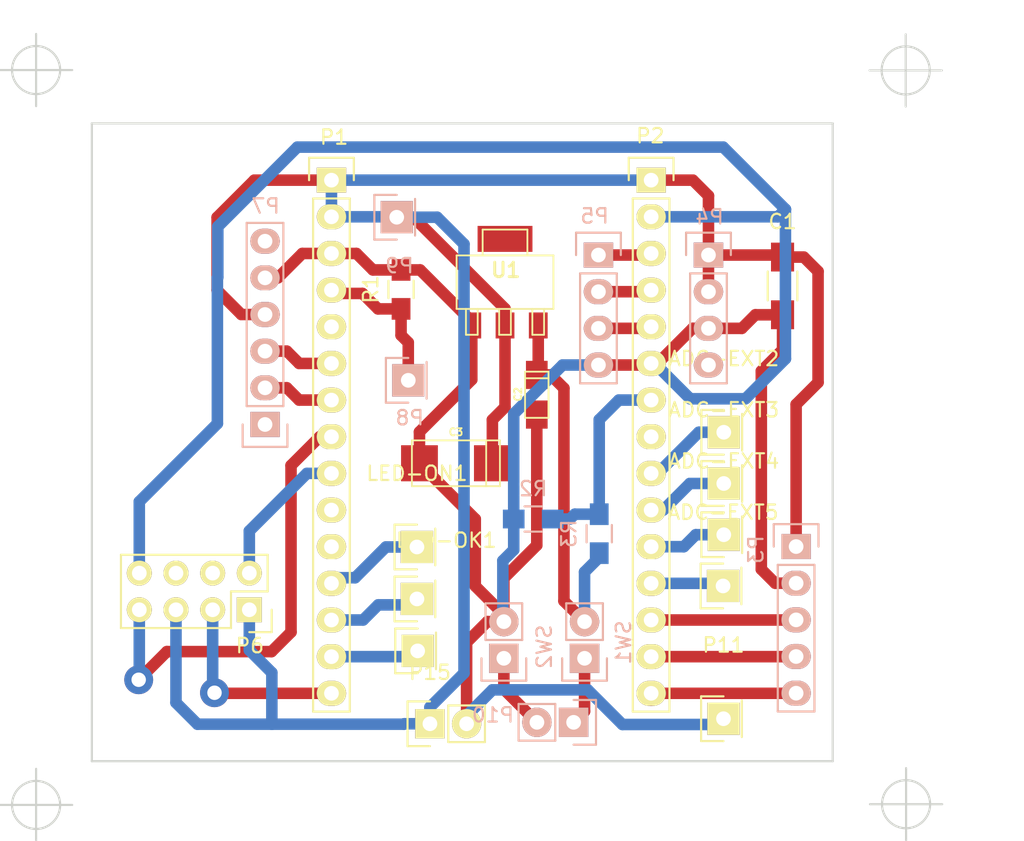
<source format=kicad_pcb>
(kicad_pcb (version 4) (host pcbnew 4.0.0-rc1-stable)

  (general
    (links 56)
    (no_connects 0)
    (area 192.580999 36.872999 244.039001 81.219001)
    (thickness 1.6)
    (drawings 11)
    (tracks 252)
    (zones 0)
    (modules 28)
    (nets 26)
  )

  (page A4)
  (layers
    (0 F.Cu signal)
    (31 B.Cu signal)
    (32 B.Adhes user)
    (33 F.Adhes user)
    (34 B.Paste user)
    (35 F.Paste user)
    (36 B.SilkS user)
    (37 F.SilkS user)
    (38 B.Mask user)
    (39 F.Mask user)
    (40 Dwgs.User user)
    (41 Cmts.User user)
    (42 Eco1.User user)
    (43 Eco2.User user)
    (44 Edge.Cuts user)
    (45 Margin user)
    (46 B.CrtYd user)
    (47 F.CrtYd user)
    (48 B.Fab user)
    (49 F.Fab user)
  )

  (setup
    (last_trace_width 0.35)
    (user_trace_width 0.35)
    (trace_clearance 0.2)
    (zone_clearance 0.508)
    (zone_45_only no)
    (trace_min 0.2)
    (segment_width 0.2)
    (edge_width 0.15)
    (via_size 0.6)
    (via_drill 0.4)
    (via_min_size 0.4)
    (via_min_drill 0.3)
    (user_via 1.6 0.8)
    (uvia_size 0.3)
    (uvia_drill 0.1)
    (uvias_allowed no)
    (uvia_min_size 0.2)
    (uvia_min_drill 0.1)
    (pcb_text_width 0.3)
    (pcb_text_size 1.5 1.5)
    (mod_edge_width 0.15)
    (mod_text_size 1 1)
    (mod_text_width 0.15)
    (pad_size 1.524 1.524)
    (pad_drill 0.762)
    (pad_to_mask_clearance 0.2)
    (aux_axis_origin 0 0)
    (visible_elements 7FFDFFFF)
    (pcbplotparams
      (layerselection 0x00000_80000000)
      (usegerberextensions false)
      (excludeedgelayer false)
      (linewidth 0.100000)
      (plotframeref false)
      (viasonmask false)
      (mode 1)
      (useauxorigin false)
      (hpglpennumber 1)
      (hpglpenspeed 20)
      (hpglpendiameter 15)
      (hpglpenoverlay 2)
      (psnegative true)
      (psa4output false)
      (plotreference false)
      (plotvalue false)
      (plotinvisibletext false)
      (padsonsilk false)
      (subtractmaskfromsilk false)
      (outputformat 4)
      (mirror false)
      (drillshape 2)
      (scaleselection 1)
      (outputdirectory ""))
  )

  (net 0 "")
  (net 1 +3V3)
  (net 2 GND)
  (net 3 BUT+)
  (net 4 ESP_RST)
  (net 5 OPEN_RX)
  (net 6 OPEN_TX)
  (net 7 ESP_RX)
  (net 8 ESP_TX)
  (net 9 ACCEL_Z)
  (net 10 ACCEL_Y)
  (net 11 ACCEL_X)
  (net 12 RTC_CLK)
  (net 13 RTC_IO)
  (net 14 RTC_CE)
  (net 15 "Net-(P10-Pad1)")
  (net 16 +12V)
  (net 17 "Net-(P10-Pad2)")
  (net 18 "Net-(ADC-EXT2-Pad1)")
  (net 19 "Net-(ADC-EXT3-Pad1)")
  (net 20 "Net-(ADC-EXT4-Pad1)")
  (net 21 "Net-(ADC-EXT5-Pad1)")
  (net 22 "Net-(LED-BATT1-Pad1)")
  (net 23 "Net-(LED-OK1-Pad1)")
  (net 24 "Net-(LED-ON1-Pad1)")
  (net 25 "Net-(P2-Pad7)")

  (net_class Default "This is the default net class."
    (clearance 0.2)
    (trace_width 0.35)
    (via_dia 0.6)
    (via_drill 0.4)
    (uvia_dia 0.3)
    (uvia_drill 0.1)
    (add_net "Net-(P2-Pad7)")
  )

  (net_class Gross ""
    (clearance 0.2)
    (trace_width 0.8)
    (via_dia 2)
    (via_drill 1)
    (uvia_dia 0.3)
    (uvia_drill 0.1)
    (add_net +12V)
    (add_net +3V3)
    (add_net ACCEL_X)
    (add_net ACCEL_Y)
    (add_net ACCEL_Z)
    (add_net BUT+)
    (add_net ESP_RST)
    (add_net ESP_RX)
    (add_net ESP_TX)
    (add_net GND)
    (add_net "Net-(ADC-EXT2-Pad1)")
    (add_net "Net-(ADC-EXT3-Pad1)")
    (add_net "Net-(ADC-EXT4-Pad1)")
    (add_net "Net-(ADC-EXT5-Pad1)")
    (add_net "Net-(LED-BATT1-Pad1)")
    (add_net "Net-(LED-OK1-Pad1)")
    (add_net "Net-(LED-ON1-Pad1)")
    (add_net "Net-(P10-Pad1)")
    (add_net "Net-(P10-Pad2)")
    (add_net OPEN_RX)
    (add_net OPEN_TX)
    (add_net RTC_CE)
    (add_net RTC_CLK)
    (add_net RTC_IO)
  )

  (module Capacitors_SMD:C_1206_HandSoldering (layer F.Cu) (tedit 57C32CC4) (tstamp 57C32A84)
    (at 240.49 48.21 270)
    (descr "Capacitor SMD 1206, hand soldering")
    (tags "capacitor 1206")
    (path /57C327BA)
    (attr smd)
    (fp_text reference C1 (at -4.4577 0 360) (layer F.SilkS)
      (effects (font (size 1 1) (thickness 0.15)))
    )
    (fp_text value 100nF (at 4.05638 -0.66294 360) (layer F.Fab)
      (effects (font (size 1 1) (thickness 0.15)))
    )
    (fp_line (start -3.3 -1.15) (end 3.3 -1.15) (layer F.CrtYd) (width 0.05))
    (fp_line (start -3.3 1.15) (end 3.3 1.15) (layer F.CrtYd) (width 0.05))
    (fp_line (start -3.3 -1.15) (end -3.3 1.15) (layer F.CrtYd) (width 0.05))
    (fp_line (start 3.3 -1.15) (end 3.3 1.15) (layer F.CrtYd) (width 0.05))
    (fp_line (start 1 -1.025) (end -1 -1.025) (layer F.SilkS) (width 0.15))
    (fp_line (start -1 1.025) (end 1 1.025) (layer F.SilkS) (width 0.15))
    (pad 1 smd rect (at -2 0 270) (size 2 1.6) (layers F.Cu F.Paste F.Mask)
      (net 1 +3V3))
    (pad 2 smd rect (at 2 0 270) (size 2 1.6) (layers F.Cu F.Paste F.Mask)
      (net 2 GND))
    (model Capacitors_SMD.3dshapes/C_1206_HandSoldering.wrl
      (at (xyz 0 0 0))
      (scale (xyz 1 1 1))
      (rotate (xyz 0 0 0))
    )
    (model "C:/Program Files/KiCad/share/kicad/modules/packages3d/Capacitors_SMD.3dshapes/C_1206.wrl"
      (at (xyz 0 0 0))
      (scale (xyz 1 1 1))
      (rotate (xyz 0 0 0))
    )
    (model "../../../../../../Program Files/KiCad/share/kicad/modules/packages3d/Capacitors_SMD.3dshapes/C_1206_HandSoldering.wrl"
      (at (xyz 0 0 0))
      (scale (xyz 1 1 1))
      (rotate (xyz 0 0 0))
    )
  )

  (module Socket_Strips:Socket_Strip_Straight_1x15 (layer F.Cu) (tedit 57C6403C) (tstamp 57C32A97)
    (at 209.25 40.88 270)
    (descr "Through hole socket strip")
    (tags "socket strip")
    (path /57B9EEE2)
    (fp_text reference P1 (at -2.97688 -0.18034 360) (layer F.SilkS)
      (effects (font (size 1 1) (thickness 0.15)))
    )
    (fp_text value CONN_01X15 (at 0 -3.1 270) (layer F.Fab) hide
      (effects (font (size 1 1) (thickness 0.15)))
    )
    (fp_line (start -1.75 -1.75) (end -1.75 1.75) (layer F.CrtYd) (width 0.05))
    (fp_line (start 37.35 -1.75) (end 37.35 1.75) (layer F.CrtYd) (width 0.05))
    (fp_line (start -1.75 -1.75) (end 37.35 -1.75) (layer F.CrtYd) (width 0.05))
    (fp_line (start -1.75 1.75) (end 37.35 1.75) (layer F.CrtYd) (width 0.05))
    (fp_line (start 1.27 -1.27) (end 36.83 -1.27) (layer F.SilkS) (width 0.15))
    (fp_line (start 36.83 -1.27) (end 36.83 1.27) (layer F.SilkS) (width 0.15))
    (fp_line (start 36.83 1.27) (end 1.27 1.27) (layer F.SilkS) (width 0.15))
    (fp_line (start -1.55 1.55) (end 0 1.55) (layer F.SilkS) (width 0.15))
    (fp_line (start 1.27 1.27) (end 1.27 -1.27) (layer F.SilkS) (width 0.15))
    (fp_line (start 0 -1.55) (end -1.55 -1.55) (layer F.SilkS) (width 0.15))
    (fp_line (start -1.55 -1.55) (end -1.55 1.55) (layer F.SilkS) (width 0.15))
    (pad 1 thru_hole rect (at 0 0 270) (size 1.7272 2.032) (drill 1.016) (layers *.Cu *.Mask F.SilkS)
      (net 1 +3V3))
    (pad 2 thru_hole oval (at 2.54 0 270) (size 1.7272 2.032) (drill 1.016) (layers *.Cu *.Mask F.SilkS)
      (net 1 +3V3))
    (pad 3 thru_hole oval (at 5.08 0 270) (size 1.7272 2.032) (drill 1.016) (layers *.Cu *.Mask F.SilkS)
      (net 2 GND))
    (pad 4 thru_hole oval (at 7.62 0 270) (size 1.7272 2.032) (drill 1.016) (layers *.Cu *.Mask F.SilkS)
      (net 3 BUT+))
    (pad 5 thru_hole oval (at 10.16 0 270) (size 1.7272 2.032) (drill 1.016) (layers *.Cu *.Mask F.SilkS))
    (pad 6 thru_hole oval (at 12.7 0 270) (size 1.7272 2.032) (drill 1.016) (layers *.Cu *.Mask F.SilkS)
      (net 5 OPEN_RX))
    (pad 7 thru_hole oval (at 15.24 0 270) (size 1.7272 2.032) (drill 1.016) (layers *.Cu *.Mask F.SilkS)
      (net 6 OPEN_TX))
    (pad 8 thru_hole oval (at 17.78 0 270) (size 1.7272 2.032) (drill 1.016) (layers *.Cu *.Mask F.SilkS)
      (net 7 ESP_RX))
    (pad 9 thru_hole oval (at 20.32 0 270) (size 1.7272 2.032) (drill 1.016) (layers *.Cu *.Mask F.SilkS)
      (net 8 ESP_TX))
    (pad 10 thru_hole oval (at 22.86 0 270) (size 1.7272 2.032) (drill 1.016) (layers *.Cu *.Mask F.SilkS))
    (pad 11 thru_hole oval (at 25.4 0 270) (size 1.7272 2.032) (drill 1.016) (layers *.Cu *.Mask F.SilkS))
    (pad 12 thru_hole oval (at 27.94 0 270) (size 1.7272 2.032) (drill 1.016) (layers *.Cu *.Mask F.SilkS)
      (net 24 "Net-(LED-ON1-Pad1)"))
    (pad 13 thru_hole oval (at 30.48 0 270) (size 1.7272 2.032) (drill 1.016) (layers *.Cu *.Mask F.SilkS)
      (net 23 "Net-(LED-OK1-Pad1)"))
    (pad 14 thru_hole oval (at 33.02 0 270) (size 1.7272 2.032) (drill 1.016) (layers *.Cu *.Mask F.SilkS)
      (net 22 "Net-(LED-BATT1-Pad1)"))
    (pad 15 thru_hole oval (at 35.56 0 270) (size 1.7272 2.032) (drill 1.016) (layers *.Cu *.Mask F.SilkS)
      (net 4 ESP_RST))
    (model Socket_Strips.3dshapes/Socket_Strip_Straight_1x15.wrl
      (at (xyz 0.7 0 0))
      (scale (xyz 1 1 1))
      (rotate (xyz 0 0 180))
    )
    (model "../../../../../../Users/Iztatik/Google Drive/Aprendizajes/Electrónica/PCB´s/Kicad/Librerias/Conectores/PIN_connectors/3d_pin_strip/walter/pin_strip/pin_strip_15.wrl"
      (at (xyz 0.7 0 0))
      (scale (xyz 1 1 1))
      (rotate (xyz 0 0 0))
    )
  )

  (module Socket_Strips:Socket_Strip_Straight_1x15 (layer F.Cu) (tedit 57C32B1F) (tstamp 57C32AAA)
    (at 231.39 40.88 270)
    (descr "Through hole socket strip")
    (tags "socket strip")
    (path /57B9EF91)
    (fp_text reference P2 (at -3.0734 0.05588 360) (layer F.SilkS)
      (effects (font (size 1 1) (thickness 0.15)))
    )
    (fp_text value CONN_01X15 (at 0 -3.1 270) (layer F.Fab) hide
      (effects (font (size 1 1) (thickness 0.15)))
    )
    (fp_line (start -1.75 -1.75) (end -1.75 1.75) (layer F.CrtYd) (width 0.05))
    (fp_line (start 37.35 -1.75) (end 37.35 1.75) (layer F.CrtYd) (width 0.05))
    (fp_line (start -1.75 -1.75) (end 37.35 -1.75) (layer F.CrtYd) (width 0.05))
    (fp_line (start -1.75 1.75) (end 37.35 1.75) (layer F.CrtYd) (width 0.05))
    (fp_line (start 1.27 -1.27) (end 36.83 -1.27) (layer F.SilkS) (width 0.15))
    (fp_line (start 36.83 -1.27) (end 36.83 1.27) (layer F.SilkS) (width 0.15))
    (fp_line (start 36.83 1.27) (end 1.27 1.27) (layer F.SilkS) (width 0.15))
    (fp_line (start -1.55 1.55) (end 0 1.55) (layer F.SilkS) (width 0.15))
    (fp_line (start 1.27 1.27) (end 1.27 -1.27) (layer F.SilkS) (width 0.15))
    (fp_line (start 0 -1.55) (end -1.55 -1.55) (layer F.SilkS) (width 0.15))
    (fp_line (start -1.55 -1.55) (end -1.55 1.55) (layer F.SilkS) (width 0.15))
    (pad 1 thru_hole rect (at 0 0 270) (size 1.7272 2.032) (drill 1.016) (layers *.Cu *.Mask F.SilkS)
      (net 1 +3V3))
    (pad 2 thru_hole oval (at 2.54 0 270) (size 1.7272 2.032) (drill 1.016) (layers *.Cu *.Mask F.SilkS)
      (net 2 GND))
    (pad 3 thru_hole oval (at 5.08 0 270) (size 1.7272 2.032) (drill 1.016) (layers *.Cu *.Mask F.SilkS)
      (net 9 ACCEL_Z))
    (pad 4 thru_hole oval (at 7.62 0 270) (size 1.7272 2.032) (drill 1.016) (layers *.Cu *.Mask F.SilkS)
      (net 10 ACCEL_Y))
    (pad 5 thru_hole oval (at 10.16 0 270) (size 1.7272 2.032) (drill 1.016) (layers *.Cu *.Mask F.SilkS)
      (net 11 ACCEL_X))
    (pad 6 thru_hole oval (at 12.7 0 270) (size 1.7272 2.032) (drill 1.016) (layers *.Cu *.Mask F.SilkS)
      (net 2 GND))
    (pad 7 thru_hole oval (at 15.24 0 270) (size 1.7272 2.032) (drill 1.016) (layers *.Cu *.Mask F.SilkS)
      (net 25 "Net-(P2-Pad7)"))
    (pad 8 thru_hole oval (at 17.78 0 270) (size 1.7272 2.032) (drill 1.016) (layers *.Cu *.Mask F.SilkS))
    (pad 9 thru_hole oval (at 20.32 0 270) (size 1.7272 2.032) (drill 1.016) (layers *.Cu *.Mask F.SilkS)
      (net 18 "Net-(ADC-EXT2-Pad1)"))
    (pad 10 thru_hole oval (at 22.86 0 270) (size 1.7272 2.032) (drill 1.016) (layers *.Cu *.Mask F.SilkS)
      (net 19 "Net-(ADC-EXT3-Pad1)"))
    (pad 11 thru_hole oval (at 25.4 0 270) (size 1.7272 2.032) (drill 1.016) (layers *.Cu *.Mask F.SilkS)
      (net 20 "Net-(ADC-EXT4-Pad1)"))
    (pad 12 thru_hole oval (at 27.94 0 270) (size 1.7272 2.032) (drill 1.016) (layers *.Cu *.Mask F.SilkS)
      (net 21 "Net-(ADC-EXT5-Pad1)"))
    (pad 13 thru_hole oval (at 30.48 0 270) (size 1.7272 2.032) (drill 1.016) (layers *.Cu *.Mask F.SilkS)
      (net 12 RTC_CLK))
    (pad 14 thru_hole oval (at 33.02 0 270) (size 1.7272 2.032) (drill 1.016) (layers *.Cu *.Mask F.SilkS)
      (net 13 RTC_IO))
    (pad 15 thru_hole oval (at 35.56 0 270) (size 1.7272 2.032) (drill 1.016) (layers *.Cu *.Mask F.SilkS)
      (net 14 RTC_CE))
    (model "../../../../../../Users/Iztatik/Google Drive/Aprendizajes/Electrónica/PCB´s/Kicad/Librerias/Conectores/PIN_connectors/3d_pin_strip/walter/pin_strip/pin_strip_15.wrl"
      (at (xyz 0.7 0 0))
      (scale (xyz 1 1 1))
      (rotate (xyz 0 0 0))
    )
  )

  (module Socket_Strips:Socket_Strip_Straight_1x05 (layer B.Cu) (tedit 57C334DD) (tstamp 57C32AB3)
    (at 241.43 66.27 270)
    (descr "Through hole socket strip")
    (tags "socket strip")
    (path /57C3419F)
    (fp_text reference P3 (at 0.21 2.78 270) (layer B.SilkS)
      (effects (font (size 1 1) (thickness 0.15)) (justify mirror))
    )
    (fp_text value CONN_01X05 (at 0 3.1 270) (layer B.Fab) hide
      (effects (font (size 1 1) (thickness 0.15)) (justify mirror))
    )
    (fp_line (start -1.75 1.75) (end -1.75 -1.75) (layer B.CrtYd) (width 0.05))
    (fp_line (start 11.95 1.75) (end 11.95 -1.75) (layer B.CrtYd) (width 0.05))
    (fp_line (start -1.75 1.75) (end 11.95 1.75) (layer B.CrtYd) (width 0.05))
    (fp_line (start -1.75 -1.75) (end 11.95 -1.75) (layer B.CrtYd) (width 0.05))
    (fp_line (start 1.27 -1.27) (end 11.43 -1.27) (layer B.SilkS) (width 0.15))
    (fp_line (start 11.43 -1.27) (end 11.43 1.27) (layer B.SilkS) (width 0.15))
    (fp_line (start 11.43 1.27) (end 1.27 1.27) (layer B.SilkS) (width 0.15))
    (fp_line (start -1.55 -1.55) (end 0 -1.55) (layer B.SilkS) (width 0.15))
    (fp_line (start 1.27 -1.27) (end 1.27 1.27) (layer B.SilkS) (width 0.15))
    (fp_line (start 0 1.55) (end -1.55 1.55) (layer B.SilkS) (width 0.15))
    (fp_line (start -1.55 1.55) (end -1.55 -1.55) (layer B.SilkS) (width 0.15))
    (pad 1 thru_hole rect (at 0 0 270) (size 1.7272 2.032) (drill 1.016) (layers *.Cu *.Mask B.SilkS)
      (net 1 +3V3))
    (pad 2 thru_hole oval (at 2.54 0 270) (size 1.7272 2.032) (drill 1.016) (layers *.Cu *.Mask B.SilkS)
      (net 2 GND))
    (pad 3 thru_hole oval (at 5.08 0 270) (size 1.7272 2.032) (drill 1.016) (layers *.Cu *.Mask B.SilkS)
      (net 12 RTC_CLK))
    (pad 4 thru_hole oval (at 7.62 0 270) (size 1.7272 2.032) (drill 1.016) (layers *.Cu *.Mask B.SilkS)
      (net 13 RTC_IO))
    (pad 5 thru_hole oval (at 10.16 0 270) (size 1.7272 2.032) (drill 1.016) (layers *.Cu *.Mask B.SilkS)
      (net 14 RTC_CE))
    (model Socket_Strips.3dshapes/Socket_Strip_Straight_1x05.wrl
      (at (xyz 0.2 0 0))
      (scale (xyz 1 1 1))
      (rotate (xyz 0 0 180))
    )
    (model "../../../../../../Users/Iztatik/Google Drive/Aprendizajes/Electrónica/PCB´s/Kicad/Librerias/Conectores/PIN_connectors/3d_pin_strip/walter/pin_strip/pin_strip_5.wrl"
      (at (xyz 0.2 0 0))
      (scale (xyz 1 1 1))
      (rotate (xyz 0 0 0))
    )
  )

  (module Socket_Strips:Socket_Strip_Straight_1x04 (layer B.Cu) (tedit 57C32CA1) (tstamp 57C32ABB)
    (at 235.36 46.07 270)
    (descr "Through hole socket strip")
    (tags "socket strip")
    (path /57B9F1BD)
    (fp_text reference P4 (at -2.6416 -0.0762 540) (layer B.SilkS)
      (effects (font (size 1 1) (thickness 0.15)) (justify mirror))
    )
    (fp_text value CONN_01X04 (at 0 3.1 270) (layer B.Fab) hide
      (effects (font (size 1 1) (thickness 0.15)) (justify mirror))
    )
    (fp_line (start -1.75 1.75) (end -1.75 -1.75) (layer B.CrtYd) (width 0.05))
    (fp_line (start 9.4 1.75) (end 9.4 -1.75) (layer B.CrtYd) (width 0.05))
    (fp_line (start -1.75 1.75) (end 9.4 1.75) (layer B.CrtYd) (width 0.05))
    (fp_line (start -1.75 -1.75) (end 9.4 -1.75) (layer B.CrtYd) (width 0.05))
    (fp_line (start 1.27 1.27) (end 8.89 1.27) (layer B.SilkS) (width 0.15))
    (fp_line (start 1.27 -1.27) (end 8.89 -1.27) (layer B.SilkS) (width 0.15))
    (fp_line (start -1.55 -1.55) (end 0 -1.55) (layer B.SilkS) (width 0.15))
    (fp_line (start 8.89 1.27) (end 8.89 -1.27) (layer B.SilkS) (width 0.15))
    (fp_line (start 1.27 -1.27) (end 1.27 1.27) (layer B.SilkS) (width 0.15))
    (fp_line (start 0 1.55) (end -1.55 1.55) (layer B.SilkS) (width 0.15))
    (fp_line (start -1.55 1.55) (end -1.55 -1.55) (layer B.SilkS) (width 0.15))
    (pad 1 thru_hole rect (at 0 0 270) (size 1.7272 2.032) (drill 1.016) (layers *.Cu *.Mask B.SilkS)
      (net 1 +3V3))
    (pad 2 thru_hole oval (at 2.54 0 270) (size 1.7272 2.032) (drill 1.016) (layers *.Cu *.Mask B.SilkS)
      (net 1 +3V3))
    (pad 3 thru_hole oval (at 5.08 0 270) (size 1.7272 2.032) (drill 1.016) (layers *.Cu *.Mask B.SilkS)
      (net 2 GND))
    (pad 4 thru_hole oval (at 7.62 0 270) (size 1.7272 2.032) (drill 1.016) (layers *.Cu *.Mask B.SilkS))
    (model Socket_Strips.3dshapes/Socket_Strip_Straight_1x04.wrl
      (at (xyz 0.15 0 0))
      (scale (xyz 1 1 1))
      (rotate (xyz 0 0 180))
    )
    (model "../../../../../../Users/Iztatik/Google Drive/Aprendizajes/Electrónica/PCB´s/Kicad/Librerias/Conectores/PIN_connectors/3d_pin_strip/walter/pin_strip/pin_strip_4.wrl"
      (at (xyz 0.15 0 0))
      (scale (xyz 1 1 1))
      (rotate (xyz 0 0 0))
    )
  )

  (module Socket_Strips:Socket_Strip_Straight_1x04 (layer B.Cu) (tedit 57C5B6B0) (tstamp 57C32AC3)
    (at 227.74 46.07 270)
    (descr "Through hole socket strip")
    (tags "socket strip")
    (path /57B9F20F)
    (fp_text reference P5 (at -2.70256 0.26416 540) (layer B.SilkS)
      (effects (font (size 1 1) (thickness 0.15)) (justify mirror))
    )
    (fp_text value CONN_01X04 (at 0 3.1 270) (layer B.Fab) hide
      (effects (font (size 1 1) (thickness 0.15)) (justify mirror))
    )
    (fp_line (start -1.75 1.75) (end -1.75 -1.75) (layer B.CrtYd) (width 0.05))
    (fp_line (start 9.4 1.75) (end 9.4 -1.75) (layer B.CrtYd) (width 0.05))
    (fp_line (start -1.75 1.75) (end 9.4 1.75) (layer B.CrtYd) (width 0.05))
    (fp_line (start -1.75 -1.75) (end 9.4 -1.75) (layer B.CrtYd) (width 0.05))
    (fp_line (start 1.27 1.27) (end 8.89 1.27) (layer B.SilkS) (width 0.15))
    (fp_line (start 1.27 -1.27) (end 8.89 -1.27) (layer B.SilkS) (width 0.15))
    (fp_line (start -1.55 -1.55) (end 0 -1.55) (layer B.SilkS) (width 0.15))
    (fp_line (start 8.89 1.27) (end 8.89 -1.27) (layer B.SilkS) (width 0.15))
    (fp_line (start 1.27 -1.27) (end 1.27 1.27) (layer B.SilkS) (width 0.15))
    (fp_line (start 0 1.55) (end -1.55 1.55) (layer B.SilkS) (width 0.15))
    (fp_line (start -1.55 1.55) (end -1.55 -1.55) (layer B.SilkS) (width 0.15))
    (pad 1 thru_hole rect (at 0 0 270) (size 1.7272 2.032) (drill 1.016) (layers *.Cu *.Mask B.SilkS)
      (net 9 ACCEL_Z))
    (pad 2 thru_hole oval (at 2.54 0 270) (size 1.7272 2.032) (drill 1.016) (layers *.Cu *.Mask B.SilkS)
      (net 10 ACCEL_Y))
    (pad 3 thru_hole oval (at 5.08 0 270) (size 1.7272 2.032) (drill 1.016) (layers *.Cu *.Mask B.SilkS)
      (net 11 ACCEL_X))
    (pad 4 thru_hole oval (at 7.62 0 270) (size 1.7272 2.032) (drill 1.016) (layers *.Cu *.Mask B.SilkS)
      (net 2 GND))
    (model Socket_Strips.3dshapes/Socket_Strip_Straight_1x04.wrl
      (at (xyz 0.15 0 0))
      (scale (xyz 1 1 1))
      (rotate (xyz 0 0 180))
    )
    (model "../../../../../../Users/Iztatik/Google Drive/Aprendizajes/Electrónica/PCB´s/Kicad/Librerias/Conectores/PIN_connectors/3d_pin_strip/walter/pin_strip/pin_strip_4.wrl"
      (at (xyz 0.15 0 0))
      (scale (xyz 1 1 1))
      (rotate (xyz 0 0 0))
    )
  )

  (module Socket_Strips:Socket_Strip_Straight_1x06 (layer B.Cu) (tedit 57C334D3) (tstamp 57C32AD5)
    (at 204.65 57.81 90)
    (descr "Through hole socket strip")
    (tags "socket strip")
    (path /57C35AD2)
    (fp_text reference P7 (at 15.13 0.04 360) (layer B.SilkS)
      (effects (font (size 1 1) (thickness 0.15)) (justify mirror))
    )
    (fp_text value CONN_01X06 (at 0 3.1 90) (layer B.Fab) hide
      (effects (font (size 1 1) (thickness 0.15)) (justify mirror))
    )
    (fp_line (start -1.75 1.75) (end -1.75 -1.75) (layer B.CrtYd) (width 0.05))
    (fp_line (start 14.45 1.75) (end 14.45 -1.75) (layer B.CrtYd) (width 0.05))
    (fp_line (start -1.75 1.75) (end 14.45 1.75) (layer B.CrtYd) (width 0.05))
    (fp_line (start -1.75 -1.75) (end 14.45 -1.75) (layer B.CrtYd) (width 0.05))
    (fp_line (start 1.27 -1.27) (end 13.97 -1.27) (layer B.SilkS) (width 0.15))
    (fp_line (start 13.97 -1.27) (end 13.97 1.27) (layer B.SilkS) (width 0.15))
    (fp_line (start 13.97 1.27) (end 1.27 1.27) (layer B.SilkS) (width 0.15))
    (fp_line (start -1.55 -1.55) (end 0 -1.55) (layer B.SilkS) (width 0.15))
    (fp_line (start 1.27 -1.27) (end 1.27 1.27) (layer B.SilkS) (width 0.15))
    (fp_line (start 0 1.55) (end -1.55 1.55) (layer B.SilkS) (width 0.15))
    (fp_line (start -1.55 1.55) (end -1.55 -1.55) (layer B.SilkS) (width 0.15))
    (pad 1 thru_hole rect (at 0 0 90) (size 1.7272 2.032) (drill 1.016) (layers *.Cu *.Mask B.SilkS))
    (pad 2 thru_hole oval (at 2.54 0 90) (size 1.7272 2.032) (drill 1.016) (layers *.Cu *.Mask B.SilkS)
      (net 6 OPEN_TX))
    (pad 3 thru_hole oval (at 5.08 0 90) (size 1.7272 2.032) (drill 1.016) (layers *.Cu *.Mask B.SilkS)
      (net 5 OPEN_RX))
    (pad 4 thru_hole oval (at 7.62 0 90) (size 1.7272 2.032) (drill 1.016) (layers *.Cu *.Mask B.SilkS)
      (net 1 +3V3))
    (pad 5 thru_hole oval (at 10.16 0 90) (size 1.7272 2.032) (drill 1.016) (layers *.Cu *.Mask B.SilkS)
      (net 2 GND))
    (pad 6 thru_hole oval (at 12.7 0 90) (size 1.7272 2.032) (drill 1.016) (layers *.Cu *.Mask B.SilkS))
    (model Socket_Strips.3dshapes/Socket_Strip_Straight_1x06.wrl
      (at (xyz 0.25 0 0))
      (scale (xyz 1 1 1))
      (rotate (xyz 0 0 180))
    )
    (model "../../../../../../Users/Iztatik/Google Drive/Aprendizajes/Electrónica/PCB´s/Kicad/Librerias/Conectores/PIN_connectors/3d_pin_strip/walter/pin_strip/pin_strip_6.wrl"
      (at (xyz 0.25 0 0))
      (scale (xyz 1 1 1))
      (rotate (xyz 0 0 0))
    )
  )

  (module Socket_Strips:Socket_Strip_Straight_1x01 (layer B.Cu) (tedit 57C858B0) (tstamp 57C32ADA)
    (at 214.57 54.75)
    (descr "Through hole socket strip")
    (tags "socket strip")
    (path /57C366F0)
    (fp_text reference P8 (at 0.1 2.6) (layer B.SilkS)
      (effects (font (size 1 1) (thickness 0.15)) (justify mirror))
    )
    (fp_text value CONN_01X01 (at 0 3.1) (layer B.Fab) hide
      (effects (font (size 1 1) (thickness 0.15)) (justify mirror))
    )
    (fp_line (start -1.75 1.75) (end -1.75 -1.75) (layer B.CrtYd) (width 0.05))
    (fp_line (start 1.75 1.75) (end 1.75 -1.75) (layer B.CrtYd) (width 0.05))
    (fp_line (start -1.75 1.75) (end 1.75 1.75) (layer B.CrtYd) (width 0.05))
    (fp_line (start -1.75 -1.75) (end 1.75 -1.75) (layer B.CrtYd) (width 0.05))
    (fp_line (start 1.27 -1.27) (end 1.27 1.27) (layer B.SilkS) (width 0.15))
    (fp_line (start -1.55 1.55) (end 0 1.55) (layer B.SilkS) (width 0.15))
    (fp_line (start -1.55 1.55) (end -1.55 -1.55) (layer B.SilkS) (width 0.15))
    (fp_line (start -1.55 -1.55) (end 0 -1.55) (layer B.SilkS) (width 0.15))
    (pad 1 thru_hole rect (at 0 0) (size 2.2352 2.2352) (drill 1.016) (layers *.Cu *.Mask B.SilkS)
      (net 3 BUT+))
    (model Socket_Strips.3dshapes/Socket_Strip_Straight_1x01.wrl
      (at (xyz 0 0 0))
      (scale (xyz 1 1 1))
      (rotate (xyz 0 0 180))
    )
  )

  (module Socket_Strips:Socket_Strip_Straight_1x01 (layer B.Cu) (tedit 57C5B69C) (tstamp 57C32ADF)
    (at 213.77 43.45)
    (descr "Through hole socket strip")
    (tags "socket strip")
    (path /57C3678E)
    (fp_text reference P9 (at 0.190667 3.361) (layer B.SilkS)
      (effects (font (size 1 1) (thickness 0.15)) (justify mirror))
    )
    (fp_text value CONN_01X01 (at 0 3.1) (layer B.Fab) hide
      (effects (font (size 1 1) (thickness 0.15)) (justify mirror))
    )
    (fp_line (start -1.75 1.75) (end -1.75 -1.75) (layer B.CrtYd) (width 0.05))
    (fp_line (start 1.75 1.75) (end 1.75 -1.75) (layer B.CrtYd) (width 0.05))
    (fp_line (start -1.75 1.75) (end 1.75 1.75) (layer B.CrtYd) (width 0.05))
    (fp_line (start -1.75 -1.75) (end 1.75 -1.75) (layer B.CrtYd) (width 0.05))
    (fp_line (start 1.27 -1.27) (end 1.27 1.27) (layer B.SilkS) (width 0.15))
    (fp_line (start -1.55 1.55) (end 0 1.55) (layer B.SilkS) (width 0.15))
    (fp_line (start -1.55 1.55) (end -1.55 -1.55) (layer B.SilkS) (width 0.15))
    (fp_line (start -1.55 -1.55) (end 0 -1.55) (layer B.SilkS) (width 0.15))
    (pad 1 thru_hole rect (at 0 0) (size 2.2352 2.2352) (drill 1.016) (layers *.Cu *.Mask B.SilkS)
      (net 1 +3V3))
    (model Socket_Strips.3dshapes/Socket_Strip_Straight_1x01.wrl
      (at (xyz 0 0 0))
      (scale (xyz 1 1 1))
      (rotate (xyz 0 0 180))
    )
  )

  (module Socket_Strips:Socket_Strip_Straight_1x02 (layer B.Cu) (tedit 57C63F5A) (tstamp 57C32AE5)
    (at 226.02 78.45 180)
    (descr "Through hole socket strip")
    (tags "socket strip")
    (path /57C371C6)
    (fp_text reference P10 (at 5.588 0.508 180) (layer B.SilkS)
      (effects (font (size 1 1) (thickness 0.15)) (justify mirror))
    )
    (fp_text value CONN_01X02 (at 0 3.1 180) (layer B.Fab) hide
      (effects (font (size 1 1) (thickness 0.15)) (justify mirror))
    )
    (fp_line (start -1.55 -1.55) (end 0 -1.55) (layer B.SilkS) (width 0.15))
    (fp_line (start 3.81 -1.27) (end 1.27 -1.27) (layer B.SilkS) (width 0.15))
    (fp_line (start -1.75 1.75) (end -1.75 -1.75) (layer B.CrtYd) (width 0.05))
    (fp_line (start 4.3 1.75) (end 4.3 -1.75) (layer B.CrtYd) (width 0.05))
    (fp_line (start -1.75 1.75) (end 4.3 1.75) (layer B.CrtYd) (width 0.05))
    (fp_line (start -1.75 -1.75) (end 4.3 -1.75) (layer B.CrtYd) (width 0.05))
    (fp_line (start 1.27 -1.27) (end 1.27 1.27) (layer B.SilkS) (width 0.15))
    (fp_line (start 0 1.55) (end -1.55 1.55) (layer B.SilkS) (width 0.15))
    (fp_line (start -1.55 1.55) (end -1.55 -1.55) (layer B.SilkS) (width 0.15))
    (fp_line (start 1.27 1.27) (end 3.81 1.27) (layer B.SilkS) (width 0.15))
    (fp_line (start 3.81 1.27) (end 3.81 -1.27) (layer B.SilkS) (width 0.15))
    (pad 1 thru_hole rect (at 0 0 180) (size 2.032 2.032) (drill 1.016) (layers *.Cu *.Mask B.SilkS)
      (net 15 "Net-(P10-Pad1)"))
    (pad 2 thru_hole oval (at 2.54 0 180) (size 2.032 2.032) (drill 1.016) (layers *.Cu *.Mask B.SilkS)
      (net 17 "Net-(P10-Pad2)"))
    (model Socket_Strips.3dshapes/Socket_Strip_Straight_1x02.wrl
      (at (xyz 0.05 0 0))
      (scale (xyz 1 1 1))
      (rotate (xyz 0 0 180))
    )
  )

  (module Socket_Strips:Socket_Strip_Straight_1x02 (layer B.Cu) (tedit 57C63F64) (tstamp 57C32AEB)
    (at 226.778 74.014 90)
    (descr "Through hole socket strip")
    (tags "socket strip")
    (path /57C3B474)
    (fp_text reference SW1 (at 1.1 2.7 90) (layer B.SilkS)
      (effects (font (size 1 1) (thickness 0.15)) (justify mirror))
    )
    (fp_text value SW_PUSH (at 0 3.1 90) (layer B.Fab) hide
      (effects (font (size 1 1) (thickness 0.15)) (justify mirror))
    )
    (fp_line (start -1.55 -1.55) (end 0 -1.55) (layer B.SilkS) (width 0.15))
    (fp_line (start 3.81 -1.27) (end 1.27 -1.27) (layer B.SilkS) (width 0.15))
    (fp_line (start -1.75 1.75) (end -1.75 -1.75) (layer B.CrtYd) (width 0.05))
    (fp_line (start 4.3 1.75) (end 4.3 -1.75) (layer B.CrtYd) (width 0.05))
    (fp_line (start -1.75 1.75) (end 4.3 1.75) (layer B.CrtYd) (width 0.05))
    (fp_line (start -1.75 -1.75) (end 4.3 -1.75) (layer B.CrtYd) (width 0.05))
    (fp_line (start 1.27 -1.27) (end 1.27 1.27) (layer B.SilkS) (width 0.15))
    (fp_line (start 0 1.55) (end -1.55 1.55) (layer B.SilkS) (width 0.15))
    (fp_line (start -1.55 1.55) (end -1.55 -1.55) (layer B.SilkS) (width 0.15))
    (fp_line (start 1.27 1.27) (end 3.81 1.27) (layer B.SilkS) (width 0.15))
    (fp_line (start 3.81 1.27) (end 3.81 -1.27) (layer B.SilkS) (width 0.15))
    (pad 1 thru_hole rect (at 0 0 90) (size 2.032 2.032) (drill 1.016) (layers *.Cu *.Mask B.SilkS)
      (net 15 "Net-(P10-Pad1)"))
    (pad 2 thru_hole oval (at 2.54 0 90) (size 2.032 2.032) (drill 1.016) (layers *.Cu *.Mask B.SilkS)
      (net 16 +12V))
    (model Socket_Strips.3dshapes/Socket_Strip_Straight_1x02.wrl
      (at (xyz 0.05 0 0))
      (scale (xyz 1 1 1))
      (rotate (xyz 0 0 180))
    )
  )

  (module Socket_Strips:Socket_Strip_Straight_2x04 (layer F.Cu) (tedit 57C334D7) (tstamp 57C32DAD)
    (at 203.562 70.65 180)
    (descr "Through hole socket strip")
    (tags "socket strip")
    (path /57B9F336)
    (fp_text reference P6 (at -0.04 -2.49 180) (layer F.SilkS)
      (effects (font (size 1 1) (thickness 0.15)))
    )
    (fp_text value CONN_02X04 (at 0 -3.1 180) (layer F.Fab) hide
      (effects (font (size 1 1) (thickness 0.15)))
    )
    (fp_line (start -1.75 -1.75) (end -1.75 4.3) (layer F.CrtYd) (width 0.05))
    (fp_line (start 9.4 -1.75) (end 9.4 4.3) (layer F.CrtYd) (width 0.05))
    (fp_line (start -1.75 -1.75) (end 9.4 -1.75) (layer F.CrtYd) (width 0.05))
    (fp_line (start -1.75 4.3) (end 9.4 4.3) (layer F.CrtYd) (width 0.05))
    (fp_line (start 1.27 -1.27) (end 8.89 -1.27) (layer F.SilkS) (width 0.15))
    (fp_line (start 8.89 -1.27) (end 8.89 3.81) (layer F.SilkS) (width 0.15))
    (fp_line (start 8.89 3.81) (end -1.27 3.81) (layer F.SilkS) (width 0.15))
    (fp_line (start -1.27 3.81) (end -1.27 1.27) (layer F.SilkS) (width 0.15))
    (fp_line (start 0 -1.55) (end -1.55 -1.55) (layer F.SilkS) (width 0.15))
    (fp_line (start -1.27 1.27) (end 1.27 1.27) (layer F.SilkS) (width 0.15))
    (fp_line (start 1.27 1.27) (end 1.27 -1.27) (layer F.SilkS) (width 0.15))
    (fp_line (start -1.55 -1.55) (end -1.55 0) (layer F.SilkS) (width 0.15))
    (pad 1 thru_hole rect (at 0 0 180) (size 1.7272 1.7272) (drill 1.016) (layers *.Cu *.Mask F.SilkS)
      (net 1 +3V3))
    (pad 2 thru_hole oval (at 0 2.54 180) (size 1.7272 1.7272) (drill 1.016) (layers *.Cu *.Mask F.SilkS)
      (net 8 ESP_TX))
    (pad 3 thru_hole oval (at 2.54 0 180) (size 1.7272 1.7272) (drill 1.016) (layers *.Cu *.Mask F.SilkS)
      (net 4 ESP_RST))
    (pad 4 thru_hole oval (at 2.54 2.54 180) (size 1.7272 1.7272) (drill 1.016) (layers *.Cu *.Mask F.SilkS))
    (pad 5 thru_hole oval (at 5.08 0 180) (size 1.7272 1.7272) (drill 1.016) (layers *.Cu *.Mask F.SilkS)
      (net 1 +3V3))
    (pad 6 thru_hole oval (at 5.08 2.54 180) (size 1.7272 1.7272) (drill 1.016) (layers *.Cu *.Mask F.SilkS))
    (pad 7 thru_hole oval (at 7.62 0 180) (size 1.7272 1.7272) (drill 1.016) (layers *.Cu *.Mask F.SilkS)
      (net 7 ESP_RX))
    (pad 8 thru_hole oval (at 7.62 2.54 180) (size 1.7272 1.7272) (drill 1.016) (layers *.Cu *.Mask F.SilkS)
      (net 2 GND))
    (model Socket_Strips.3dshapes/Socket_Strip_Straight_2x04.wrl
      (at (xyz 0.15 -0.05 0))
      (scale (xyz 1 1 1))
      (rotate (xyz 0 0 180))
    )
    (model "../../../../../../Users/Iztatik/Google Drive/Aprendizajes/Electrónica/PCB´s/Kicad/Librerias/Conectores/PIN_connectors/3d_pin_strip/walter/pin_strip/pin_strip_4x2.wrl"
      (at (xyz 0.15 -0.05 0))
      (scale (xyz 1 1 1))
      (rotate (xyz 0 0 180))
    )
  )

  (module Socket_Strips:Socket_Strip_Straight_1x02 (layer B.Cu) (tedit 57C63F55) (tstamp 57C5B501)
    (at 221.19 74.014 90)
    (descr "Through hole socket strip")
    (tags "socket strip")
    (path /57C5B06F)
    (fp_text reference SW2 (at 0.8 2.8 90) (layer B.SilkS)
      (effects (font (size 1 1) (thickness 0.15)) (justify mirror))
    )
    (fp_text value SW_PUSH (at 0 3.1 90) (layer B.Fab) hide
      (effects (font (size 1 1) (thickness 0.15)) (justify mirror))
    )
    (fp_line (start -1.55 -1.55) (end 0 -1.55) (layer B.SilkS) (width 0.15))
    (fp_line (start 3.81 -1.27) (end 1.27 -1.27) (layer B.SilkS) (width 0.15))
    (fp_line (start -1.75 1.75) (end -1.75 -1.75) (layer B.CrtYd) (width 0.05))
    (fp_line (start 4.3 1.75) (end 4.3 -1.75) (layer B.CrtYd) (width 0.05))
    (fp_line (start -1.75 1.75) (end 4.3 1.75) (layer B.CrtYd) (width 0.05))
    (fp_line (start -1.75 -1.75) (end 4.3 -1.75) (layer B.CrtYd) (width 0.05))
    (fp_line (start 1.27 -1.27) (end 1.27 1.27) (layer B.SilkS) (width 0.15))
    (fp_line (start 0 1.55) (end -1.55 1.55) (layer B.SilkS) (width 0.15))
    (fp_line (start -1.55 1.55) (end -1.55 -1.55) (layer B.SilkS) (width 0.15))
    (fp_line (start 1.27 1.27) (end 3.81 1.27) (layer B.SilkS) (width 0.15))
    (fp_line (start 3.81 1.27) (end 3.81 -1.27) (layer B.SilkS) (width 0.15))
    (pad 1 thru_hole rect (at 0 0 90) (size 2.032 2.032) (drill 1.016) (layers *.Cu *.Mask B.SilkS)
      (net 17 "Net-(P10-Pad2)"))
    (pad 2 thru_hole oval (at 2.54 0 90) (size 2.032 2.032) (drill 1.016) (layers *.Cu *.Mask B.SilkS)
      (net 2 GND))
    (model Socket_Strips.3dshapes/Socket_Strip_Straight_1x02.wrl
      (at (xyz 0.05 0 0))
      (scale (xyz 1 1 1))
      (rotate (xyz 0 0 180))
    )
  )

  (module w_smd_trans:sot223 (layer F.Cu) (tedit 49047669) (tstamp 57C5B5BA)
    (at 221.27 47.95)
    (descr SOT223)
    (path /57C5B723)
    (fp_text reference U1 (at 0.0508 -0.8382) (layer F.SilkS)
      (effects (font (size 1.00076 1.00076) (thickness 0.20066)))
    )
    (fp_text value AP1117 (at 0 1.0414) (layer F.SilkS) hide
      (effects (font (size 1.00076 1.00076) (thickness 0.20066)))
    )
    (fp_line (start -1.5494 -3.6449) (end 1.5494 -3.6449) (layer F.SilkS) (width 0.127))
    (fp_line (start 1.5494 -3.6449) (end 1.5494 -1.8542) (layer F.SilkS) (width 0.127))
    (fp_line (start -1.5494 -3.6449) (end -1.5494 -1.8542) (layer F.SilkS) (width 0.127))
    (fp_line (start 1.8923 3.6449) (end 2.7051 3.6449) (layer F.SilkS) (width 0.127))
    (fp_line (start 2.7051 3.6449) (end 2.7051 1.8542) (layer F.SilkS) (width 0.127))
    (fp_line (start 1.8923 3.6449) (end 1.8923 1.8542) (layer F.SilkS) (width 0.127))
    (fp_line (start -0.4064 3.6449) (end -0.4064 1.8542) (layer F.SilkS) (width 0.127))
    (fp_line (start 0.4064 3.6449) (end 0.4064 1.8542) (layer F.SilkS) (width 0.127))
    (fp_line (start -0.4064 3.6449) (end 0.4064 3.6449) (layer F.SilkS) (width 0.127))
    (fp_line (start -2.7051 3.6449) (end -1.8923 3.6449) (layer F.SilkS) (width 0.127))
    (fp_line (start -1.8923 3.6449) (end -1.8923 1.8542) (layer F.SilkS) (width 0.127))
    (fp_line (start -2.7051 3.6449) (end -2.7051 1.8542) (layer F.SilkS) (width 0.127))
    (fp_line (start 3.3528 1.8542) (end -3.3528 1.8542) (layer F.SilkS) (width 0.127))
    (fp_line (start -3.3528 1.8542) (end -3.3528 -1.8542) (layer F.SilkS) (width 0.127))
    (fp_line (start -3.3528 -1.8542) (end 3.3528 -1.8542) (layer F.SilkS) (width 0.127))
    (fp_line (start 3.3528 -1.8542) (end 3.3528 1.8542) (layer F.SilkS) (width 0.127))
    (pad 1 smd rect (at -2.30124 2.99974) (size 1.30048 1.80086) (layers F.Cu F.Paste F.Mask)
      (net 2 GND))
    (pad 2 smd rect (at 0 2.99974) (size 1.30048 1.80086) (layers F.Cu F.Paste F.Mask)
      (net 1 +3V3))
    (pad 3 smd rect (at 2.30124 2.99974) (size 1.30048 1.80086) (layers F.Cu F.Paste F.Mask)
      (net 16 +12V))
    (pad 4 smd rect (at 0 -2.99974) (size 3.79984 1.80086) (layers F.Cu F.Paste F.Mask))
    (model walter/smd_trans/sot223.wrl
      (at (xyz 0 0 0))
      (scale (xyz 1 1 1))
      (rotate (xyz 0 0 0))
    )
    (model "../../../../../../Users/Iztatik/Google Drive/Aprendizajes/Electrónica/PCB´s/Kicad/Librerias/SMD_Transistors/3d_smd_trans/walter/smd_trans/sot223.wrl"
      (at (xyz 0 0 0))
      (scale (xyz 1 1 1))
      (rotate (xyz 0 0 0))
    )
  )

  (module Socket_Strips:Socket_Strip_Straight_1x02 (layer F.Cu) (tedit 57C64018) (tstamp 57C640E3)
    (at 216.07 78.55)
    (descr "Through hole socket strip")
    (tags "socket strip")
    (path /57C66E9F)
    (fp_text reference P15 (at 0 -3.556) (layer F.SilkS)
      (effects (font (size 1 1) (thickness 0.15)))
    )
    (fp_text value CONN_01X02 (at 0 -3.1) (layer F.Fab) hide
      (effects (font (size 1 1) (thickness 0.15)))
    )
    (fp_line (start -1.55 1.55) (end 0 1.55) (layer F.SilkS) (width 0.15))
    (fp_line (start 3.81 1.27) (end 1.27 1.27) (layer F.SilkS) (width 0.15))
    (fp_line (start -1.75 -1.75) (end -1.75 1.75) (layer F.CrtYd) (width 0.05))
    (fp_line (start 4.3 -1.75) (end 4.3 1.75) (layer F.CrtYd) (width 0.05))
    (fp_line (start -1.75 -1.75) (end 4.3 -1.75) (layer F.CrtYd) (width 0.05))
    (fp_line (start -1.75 1.75) (end 4.3 1.75) (layer F.CrtYd) (width 0.05))
    (fp_line (start 1.27 1.27) (end 1.27 -1.27) (layer F.SilkS) (width 0.15))
    (fp_line (start 0 -1.55) (end -1.55 -1.55) (layer F.SilkS) (width 0.15))
    (fp_line (start -1.55 -1.55) (end -1.55 1.55) (layer F.SilkS) (width 0.15))
    (fp_line (start 1.27 -1.27) (end 3.81 -1.27) (layer F.SilkS) (width 0.15))
    (fp_line (start 3.81 -1.27) (end 3.81 1.27) (layer F.SilkS) (width 0.15))
    (pad 1 thru_hole rect (at 0 0) (size 2.032 2.032) (drill 1.016) (layers *.Cu *.Mask F.SilkS)
      (net 1 +3V3))
    (pad 2 thru_hole oval (at 2.54 0) (size 2.032 2.032) (drill 1.016) (layers *.Cu *.Mask F.SilkS)
      (net 2 GND))
    (model Socket_Strips.3dshapes/Socket_Strip_Straight_1x02.wrl
      (at (xyz 0.05 0 0))
      (scale (xyz 1 1 1))
      (rotate (xyz 0 0 180))
    )
  )

  (module Socket_Strips:Socket_Strip_Straight_1x01 (layer F.Cu) (tedit 54E9F79C) (tstamp 57C85923)
    (at 236.42 58.35)
    (descr "Through hole socket strip")
    (tags "socket strip")
    (path /57C866B4)
    (fp_text reference ADC-EXT2 (at 0 -5.1) (layer F.SilkS)
      (effects (font (size 1 1) (thickness 0.15)))
    )
    (fp_text value CONN_01X01 (at 0 -3.1) (layer F.Fab)
      (effects (font (size 1 1) (thickness 0.15)))
    )
    (fp_line (start -1.75 -1.75) (end -1.75 1.75) (layer F.CrtYd) (width 0.05))
    (fp_line (start 1.75 -1.75) (end 1.75 1.75) (layer F.CrtYd) (width 0.05))
    (fp_line (start -1.75 -1.75) (end 1.75 -1.75) (layer F.CrtYd) (width 0.05))
    (fp_line (start -1.75 1.75) (end 1.75 1.75) (layer F.CrtYd) (width 0.05))
    (fp_line (start 1.27 1.27) (end 1.27 -1.27) (layer F.SilkS) (width 0.15))
    (fp_line (start -1.55 -1.55) (end 0 -1.55) (layer F.SilkS) (width 0.15))
    (fp_line (start -1.55 -1.55) (end -1.55 1.55) (layer F.SilkS) (width 0.15))
    (fp_line (start -1.55 1.55) (end 0 1.55) (layer F.SilkS) (width 0.15))
    (pad 1 thru_hole rect (at 0 0) (size 2.2352 2.2352) (drill 1.016) (layers *.Cu *.Mask F.SilkS)
      (net 18 "Net-(ADC-EXT2-Pad1)"))
    (model Socket_Strips.3dshapes/Socket_Strip_Straight_1x01.wrl
      (at (xyz 0 0 0))
      (scale (xyz 1 1 1))
      (rotate (xyz 0 0 180))
    )
  )

  (module Socket_Strips:Socket_Strip_Straight_1x01 (layer F.Cu) (tedit 54E9F79C) (tstamp 57C85930)
    (at 236.42 61.9)
    (descr "Through hole socket strip")
    (tags "socket strip")
    (path /57C86712)
    (fp_text reference ADC-EXT3 (at 0 -5.1) (layer F.SilkS)
      (effects (font (size 1 1) (thickness 0.15)))
    )
    (fp_text value CONN_01X01 (at 0 -3.1) (layer F.Fab)
      (effects (font (size 1 1) (thickness 0.15)))
    )
    (fp_line (start -1.75 -1.75) (end -1.75 1.75) (layer F.CrtYd) (width 0.05))
    (fp_line (start 1.75 -1.75) (end 1.75 1.75) (layer F.CrtYd) (width 0.05))
    (fp_line (start -1.75 -1.75) (end 1.75 -1.75) (layer F.CrtYd) (width 0.05))
    (fp_line (start -1.75 1.75) (end 1.75 1.75) (layer F.CrtYd) (width 0.05))
    (fp_line (start 1.27 1.27) (end 1.27 -1.27) (layer F.SilkS) (width 0.15))
    (fp_line (start -1.55 -1.55) (end 0 -1.55) (layer F.SilkS) (width 0.15))
    (fp_line (start -1.55 -1.55) (end -1.55 1.55) (layer F.SilkS) (width 0.15))
    (fp_line (start -1.55 1.55) (end 0 1.55) (layer F.SilkS) (width 0.15))
    (pad 1 thru_hole rect (at 0 0) (size 2.2352 2.2352) (drill 1.016) (layers *.Cu *.Mask F.SilkS)
      (net 19 "Net-(ADC-EXT3-Pad1)"))
    (model Socket_Strips.3dshapes/Socket_Strip_Straight_1x01.wrl
      (at (xyz 0 0 0))
      (scale (xyz 1 1 1))
      (rotate (xyz 0 0 180))
    )
  )

  (module Socket_Strips:Socket_Strip_Straight_1x01 (layer F.Cu) (tedit 54E9F79C) (tstamp 57C8593D)
    (at 236.42 65.45)
    (descr "Through hole socket strip")
    (tags "socket strip")
    (path /57C86777)
    (fp_text reference ADC-EXT4 (at 0 -5.1) (layer F.SilkS)
      (effects (font (size 1 1) (thickness 0.15)))
    )
    (fp_text value CONN_01X01 (at 0 -3.1) (layer F.Fab)
      (effects (font (size 1 1) (thickness 0.15)))
    )
    (fp_line (start -1.75 -1.75) (end -1.75 1.75) (layer F.CrtYd) (width 0.05))
    (fp_line (start 1.75 -1.75) (end 1.75 1.75) (layer F.CrtYd) (width 0.05))
    (fp_line (start -1.75 -1.75) (end 1.75 -1.75) (layer F.CrtYd) (width 0.05))
    (fp_line (start -1.75 1.75) (end 1.75 1.75) (layer F.CrtYd) (width 0.05))
    (fp_line (start 1.27 1.27) (end 1.27 -1.27) (layer F.SilkS) (width 0.15))
    (fp_line (start -1.55 -1.55) (end 0 -1.55) (layer F.SilkS) (width 0.15))
    (fp_line (start -1.55 -1.55) (end -1.55 1.55) (layer F.SilkS) (width 0.15))
    (fp_line (start -1.55 1.55) (end 0 1.55) (layer F.SilkS) (width 0.15))
    (pad 1 thru_hole rect (at 0 0) (size 2.2352 2.2352) (drill 1.016) (layers *.Cu *.Mask F.SilkS)
      (net 20 "Net-(ADC-EXT4-Pad1)"))
    (model Socket_Strips.3dshapes/Socket_Strip_Straight_1x01.wrl
      (at (xyz 0 0 0))
      (scale (xyz 1 1 1))
      (rotate (xyz 0 0 180))
    )
  )

  (module Socket_Strips:Socket_Strip_Straight_1x01 (layer F.Cu) (tedit 54E9F79C) (tstamp 57C8594A)
    (at 236.37 69)
    (descr "Through hole socket strip")
    (tags "socket strip")
    (path /57C867DB)
    (fp_text reference ADC-EXT5 (at 0 -5.1) (layer F.SilkS)
      (effects (font (size 1 1) (thickness 0.15)))
    )
    (fp_text value CONN_01X01 (at 0 -3.1) (layer F.Fab)
      (effects (font (size 1 1) (thickness 0.15)))
    )
    (fp_line (start -1.75 -1.75) (end -1.75 1.75) (layer F.CrtYd) (width 0.05))
    (fp_line (start 1.75 -1.75) (end 1.75 1.75) (layer F.CrtYd) (width 0.05))
    (fp_line (start -1.75 -1.75) (end 1.75 -1.75) (layer F.CrtYd) (width 0.05))
    (fp_line (start -1.75 1.75) (end 1.75 1.75) (layer F.CrtYd) (width 0.05))
    (fp_line (start 1.27 1.27) (end 1.27 -1.27) (layer F.SilkS) (width 0.15))
    (fp_line (start -1.55 -1.55) (end 0 -1.55) (layer F.SilkS) (width 0.15))
    (fp_line (start -1.55 -1.55) (end -1.55 1.55) (layer F.SilkS) (width 0.15))
    (fp_line (start -1.55 1.55) (end 0 1.55) (layer F.SilkS) (width 0.15))
    (pad 1 thru_hole rect (at 0 0) (size 2.2352 2.2352) (drill 1.016) (layers *.Cu *.Mask F.SilkS)
      (net 21 "Net-(ADC-EXT5-Pad1)"))
    (model Socket_Strips.3dshapes/Socket_Strip_Straight_1x01.wrl
      (at (xyz 0 0 0))
      (scale (xyz 1 1 1))
      (rotate (xyz 0 0 180))
    )
  )

  (module Socket_Strips:Socket_Strip_Straight_1x01 (layer F.Cu) (tedit 57C858CA) (tstamp 57C85957)
    (at 215.22 73.5)
    (descr "Through hole socket strip")
    (tags "socket strip")
    (path /57C643D3)
    (fp_text reference LED-BATT1 (at 0 -5.1) (layer F.SilkS) hide
      (effects (font (size 1 1) (thickness 0.15)))
    )
    (fp_text value CONN_01X01 (at 0 -3.1) (layer F.Fab)
      (effects (font (size 1 1) (thickness 0.15)))
    )
    (fp_line (start -1.75 -1.75) (end -1.75 1.75) (layer F.CrtYd) (width 0.05))
    (fp_line (start 1.75 -1.75) (end 1.75 1.75) (layer F.CrtYd) (width 0.05))
    (fp_line (start -1.75 -1.75) (end 1.75 -1.75) (layer F.CrtYd) (width 0.05))
    (fp_line (start -1.75 1.75) (end 1.75 1.75) (layer F.CrtYd) (width 0.05))
    (fp_line (start 1.27 1.27) (end 1.27 -1.27) (layer F.SilkS) (width 0.15))
    (fp_line (start -1.55 -1.55) (end 0 -1.55) (layer F.SilkS) (width 0.15))
    (fp_line (start -1.55 -1.55) (end -1.55 1.55) (layer F.SilkS) (width 0.15))
    (fp_line (start -1.55 1.55) (end 0 1.55) (layer F.SilkS) (width 0.15))
    (pad 1 thru_hole rect (at 0 0) (size 2.2352 2.2352) (drill 1.016) (layers *.Cu *.Mask F.SilkS)
      (net 22 "Net-(LED-BATT1-Pad1)"))
    (model Socket_Strips.3dshapes/Socket_Strip_Straight_1x01.wrl
      (at (xyz 0 0 0))
      (scale (xyz 1 1 1))
      (rotate (xyz 0 0 180))
    )
  )

  (module Socket_Strips:Socket_Strip_Straight_1x01 (layer F.Cu) (tedit 57C858C1) (tstamp 57C85964)
    (at 215.17 69.9)
    (descr "Through hole socket strip")
    (tags "socket strip")
    (path /57C64387)
    (fp_text reference LED-OK1 (at 2.032 -4.064) (layer F.SilkS)
      (effects (font (size 1 1) (thickness 0.15)))
    )
    (fp_text value CONN_01X01 (at 0 -3.1) (layer F.Fab)
      (effects (font (size 1 1) (thickness 0.15)))
    )
    (fp_line (start -1.75 -1.75) (end -1.75 1.75) (layer F.CrtYd) (width 0.05))
    (fp_line (start 1.75 -1.75) (end 1.75 1.75) (layer F.CrtYd) (width 0.05))
    (fp_line (start -1.75 -1.75) (end 1.75 -1.75) (layer F.CrtYd) (width 0.05))
    (fp_line (start -1.75 1.75) (end 1.75 1.75) (layer F.CrtYd) (width 0.05))
    (fp_line (start 1.27 1.27) (end 1.27 -1.27) (layer F.SilkS) (width 0.15))
    (fp_line (start -1.55 -1.55) (end 0 -1.55) (layer F.SilkS) (width 0.15))
    (fp_line (start -1.55 -1.55) (end -1.55 1.55) (layer F.SilkS) (width 0.15))
    (fp_line (start -1.55 1.55) (end 0 1.55) (layer F.SilkS) (width 0.15))
    (pad 1 thru_hole rect (at 0 0) (size 2.2352 2.2352) (drill 1.016) (layers *.Cu *.Mask F.SilkS)
      (net 23 "Net-(LED-OK1-Pad1)"))
    (model Socket_Strips.3dshapes/Socket_Strip_Straight_1x01.wrl
      (at (xyz 0 0 0))
      (scale (xyz 1 1 1))
      (rotate (xyz 0 0 180))
    )
  )

  (module w_smd_cap:c_tant_A (layer F.Cu) (tedit 4D5D91D2) (tstamp 57CA1A1D)
    (at 223.47 55.75 90)
    (descr "SMT capacitor, tantalum size A")
    (path /57CA0C36)
    (fp_text reference C2 (at 0.0254 -1.2954 90) (layer F.SilkS)
      (effects (font (size 0.50038 0.50038) (thickness 0.11938)))
    )
    (fp_text value 1uF (at 0 1.27 90) (layer F.SilkS) hide
      (effects (font (size 0.50038 0.50038) (thickness 0.11938)))
    )
    (fp_line (start 1.143 0.8128) (end 1.143 -0.8128) (layer F.SilkS) (width 0.127))
    (fp_line (start -1.6002 -0.8128) (end -1.6002 0.8128) (layer F.SilkS) (width 0.127))
    (fp_line (start -1.6002 0.8128) (end 1.6002 0.8128) (layer F.SilkS) (width 0.127))
    (fp_line (start 1.6002 0.8128) (end 1.6002 -0.8128) (layer F.SilkS) (width 0.127))
    (fp_line (start 1.6002 -0.8128) (end -1.6002 -0.8128) (layer F.SilkS) (width 0.127))
    (pad 1 smd rect (at 1.37414 0 90) (size 1.95072 1.50114) (layers F.Cu F.Paste F.Mask)
      (net 16 +12V))
    (pad 2 smd rect (at -1.37414 0 90) (size 1.95072 1.50114) (layers F.Cu F.Paste F.Mask)
      (net 2 GND))
    (model walter/smd_cap/c_tant_A.wrl
      (at (xyz 0 0 0))
      (scale (xyz 1 1 1))
      (rotate (xyz 0 0 0))
    )
  )

  (module w_smd_cap:c_tant_C (layer F.Cu) (tedit 4D5D91B9) (tstamp 57CA1A22)
    (at 217.87 60.5)
    (descr "SMT capacitor, tantalum size C")
    (path /57CA0B46)
    (fp_text reference C3 (at 0 -2.159) (layer F.SilkS)
      (effects (font (size 0.50038 0.50038) (thickness 0.11938)))
    )
    (fp_text value 100uF (at 0 2.0955) (layer F.SilkS) hide
      (effects (font (size 0.50038 0.50038) (thickness 0.11938)))
    )
    (fp_line (start 2.0955 -1.5875) (end 2.0955 1.5875) (layer F.SilkS) (width 0.127))
    (fp_line (start -3.048 -1.5875) (end -3.048 1.5875) (layer F.SilkS) (width 0.127))
    (fp_line (start -3.048 1.5875) (end 3.048 1.5875) (layer F.SilkS) (width 0.127))
    (fp_line (start 3.048 1.5875) (end 3.048 -1.5875) (layer F.SilkS) (width 0.127))
    (fp_line (start 3.048 -1.5875) (end -3.048 -1.5875) (layer F.SilkS) (width 0.127))
    (pad 1 smd rect (at 2.52476 0) (size 2.55016 2.49936) (layers F.Cu F.Paste F.Mask)
      (net 1 +3V3))
    (pad 2 smd rect (at -2.52476 0) (size 2.55016 2.49936) (layers F.Cu F.Paste F.Mask)
      (net 2 GND))
    (model walter/smd_cap/c_tant_C.wrl
      (at (xyz 0 0 0))
      (scale (xyz 1 1 1))
      (rotate (xyz 0 0 0))
    )
  )

  (module Socket_Strips:Socket_Strip_Straight_1x01 (layer F.Cu) (tedit 54E9F79C) (tstamp 57CA2CE6)
    (at 215.17 66.3)
    (descr "Through hole socket strip")
    (tags "socket strip")
    (path /57C64294)
    (fp_text reference LED-ON1 (at 0 -5.1) (layer F.SilkS)
      (effects (font (size 1 1) (thickness 0.15)))
    )
    (fp_text value CONN_01X01 (at 0 -3.1) (layer F.Fab)
      (effects (font (size 1 1) (thickness 0.15)))
    )
    (fp_line (start -1.75 -1.75) (end -1.75 1.75) (layer F.CrtYd) (width 0.05))
    (fp_line (start 1.75 -1.75) (end 1.75 1.75) (layer F.CrtYd) (width 0.05))
    (fp_line (start -1.75 -1.75) (end 1.75 -1.75) (layer F.CrtYd) (width 0.05))
    (fp_line (start -1.75 1.75) (end 1.75 1.75) (layer F.CrtYd) (width 0.05))
    (fp_line (start 1.27 1.27) (end 1.27 -1.27) (layer F.SilkS) (width 0.15))
    (fp_line (start -1.55 -1.55) (end 0 -1.55) (layer F.SilkS) (width 0.15))
    (fp_line (start -1.55 -1.55) (end -1.55 1.55) (layer F.SilkS) (width 0.15))
    (fp_line (start -1.55 1.55) (end 0 1.55) (layer F.SilkS) (width 0.15))
    (pad 1 thru_hole rect (at 0 0) (size 2.2352 2.2352) (drill 1.016) (layers *.Cu *.Mask F.SilkS)
      (net 24 "Net-(LED-ON1-Pad1)"))
    (model Socket_Strips.3dshapes/Socket_Strip_Straight_1x01.wrl
      (at (xyz 0 0 0))
      (scale (xyz 1 1 1))
      (rotate (xyz 0 0 180))
    )
  )

  (module Resistors_SMD:R_0805_HandSoldering (layer F.Cu) (tedit 54189DEE) (tstamp 57CA5EB8)
    (at 214.07 48.45 90)
    (descr "Resistor SMD 0805, hand soldering")
    (tags "resistor 0805")
    (path /57C38805)
    (attr smd)
    (fp_text reference R1 (at 0 -2.1 90) (layer F.SilkS)
      (effects (font (size 1 1) (thickness 0.15)))
    )
    (fp_text value 1K (at 0 2.1 90) (layer F.Fab)
      (effects (font (size 1 1) (thickness 0.15)))
    )
    (fp_line (start -2.4 -1) (end 2.4 -1) (layer F.CrtYd) (width 0.05))
    (fp_line (start -2.4 1) (end 2.4 1) (layer F.CrtYd) (width 0.05))
    (fp_line (start -2.4 -1) (end -2.4 1) (layer F.CrtYd) (width 0.05))
    (fp_line (start 2.4 -1) (end 2.4 1) (layer F.CrtYd) (width 0.05))
    (fp_line (start 0.6 0.875) (end -0.6 0.875) (layer F.SilkS) (width 0.15))
    (fp_line (start -0.6 -0.875) (end 0.6 -0.875) (layer F.SilkS) (width 0.15))
    (pad 1 smd rect (at -1.35 0 90) (size 1.5 1.3) (layers F.Cu F.Paste F.Mask)
      (net 3 BUT+))
    (pad 2 smd rect (at 1.35 0 90) (size 1.5 1.3) (layers F.Cu F.Paste F.Mask)
      (net 2 GND))
    (model Resistors_SMD.3dshapes/R_0805_HandSoldering.wrl
      (at (xyz 0 0 0))
      (scale (xyz 1 1 1))
      (rotate (xyz 0 0 0))
    )
  )

  (module Resistors_SMD:R_0805_HandSoldering (layer B.Cu) (tedit 54189DEE) (tstamp 57CA5EBD)
    (at 223.222 64.362 180)
    (descr "Resistor SMD 0805, hand soldering")
    (tags "resistor 0805")
    (path /57C64DF9)
    (attr smd)
    (fp_text reference R2 (at 0 2.1 180) (layer B.SilkS)
      (effects (font (size 1 1) (thickness 0.15)) (justify mirror))
    )
    (fp_text value 12K (at 0 -2.1 180) (layer B.Fab)
      (effects (font (size 1 1) (thickness 0.15)) (justify mirror))
    )
    (fp_line (start -2.4 1) (end 2.4 1) (layer B.CrtYd) (width 0.05))
    (fp_line (start -2.4 -1) (end 2.4 -1) (layer B.CrtYd) (width 0.05))
    (fp_line (start -2.4 1) (end -2.4 -1) (layer B.CrtYd) (width 0.05))
    (fp_line (start 2.4 1) (end 2.4 -1) (layer B.CrtYd) (width 0.05))
    (fp_line (start 0.6 -0.875) (end -0.6 -0.875) (layer B.SilkS) (width 0.15))
    (fp_line (start -0.6 0.875) (end 0.6 0.875) (layer B.SilkS) (width 0.15))
    (pad 1 smd rect (at -1.35 0 180) (size 1.5 1.3) (layers B.Cu B.Paste B.Mask)
      (net 25 "Net-(P2-Pad7)"))
    (pad 2 smd rect (at 1.35 0 180) (size 1.5 1.3) (layers B.Cu B.Paste B.Mask)
      (net 2 GND))
    (model Resistors_SMD.3dshapes/R_0805_HandSoldering.wrl
      (at (xyz 0 0 0))
      (scale (xyz 1 1 1))
      (rotate (xyz 0 0 0))
    )
  )

  (module Resistors_SMD:R_0805_HandSoldering (layer B.Cu) (tedit 54189DEE) (tstamp 57CA5EC2)
    (at 227.794 65.378 270)
    (descr "Resistor SMD 0805, hand soldering")
    (tags "resistor 0805")
    (path /57C64E62)
    (attr smd)
    (fp_text reference R3 (at 0 2.1 270) (layer B.SilkS)
      (effects (font (size 1 1) (thickness 0.15)) (justify mirror))
    )
    (fp_text value 22K (at 0 -2.1 270) (layer B.Fab)
      (effects (font (size 1 1) (thickness 0.15)) (justify mirror))
    )
    (fp_line (start -2.4 1) (end 2.4 1) (layer B.CrtYd) (width 0.05))
    (fp_line (start -2.4 -1) (end 2.4 -1) (layer B.CrtYd) (width 0.05))
    (fp_line (start -2.4 1) (end -2.4 -1) (layer B.CrtYd) (width 0.05))
    (fp_line (start 2.4 1) (end 2.4 -1) (layer B.CrtYd) (width 0.05))
    (fp_line (start 0.6 -0.875) (end -0.6 -0.875) (layer B.SilkS) (width 0.15))
    (fp_line (start -0.6 0.875) (end 0.6 0.875) (layer B.SilkS) (width 0.15))
    (pad 1 smd rect (at -1.35 0 270) (size 1.5 1.3) (layers B.Cu B.Paste B.Mask)
      (net 25 "Net-(P2-Pad7)"))
    (pad 2 smd rect (at 1.35 0 270) (size 1.5 1.3) (layers B.Cu B.Paste B.Mask)
      (net 16 +12V))
    (model Resistors_SMD.3dshapes/R_0805_HandSoldering.wrl
      (at (xyz 0 0 0))
      (scale (xyz 1 1 1))
      (rotate (xyz 0 0 0))
    )
  )

  (module Socket_Strips:Socket_Strip_Straight_1x01 (layer F.Cu) (tedit 54E9F79C) (tstamp 580D6710)
    (at 236.4 78.2)
    (descr "Through hole socket strip")
    (tags "socket strip")
    (path /580D8986)
    (fp_text reference P11 (at 0 -5.1) (layer F.SilkS)
      (effects (font (size 1 1) (thickness 0.15)))
    )
    (fp_text value CONN_01X01 (at 0 -3.1) (layer F.Fab)
      (effects (font (size 1 1) (thickness 0.15)))
    )
    (fp_line (start -1.75 -1.75) (end -1.75 1.75) (layer F.CrtYd) (width 0.05))
    (fp_line (start 1.75 -1.75) (end 1.75 1.75) (layer F.CrtYd) (width 0.05))
    (fp_line (start -1.75 -1.75) (end 1.75 -1.75) (layer F.CrtYd) (width 0.05))
    (fp_line (start -1.75 1.75) (end 1.75 1.75) (layer F.CrtYd) (width 0.05))
    (fp_line (start 1.27 1.27) (end 1.27 -1.27) (layer F.SilkS) (width 0.15))
    (fp_line (start -1.55 -1.55) (end 0 -1.55) (layer F.SilkS) (width 0.15))
    (fp_line (start -1.55 -1.55) (end -1.55 1.55) (layer F.SilkS) (width 0.15))
    (fp_line (start -1.55 1.55) (end 0 1.55) (layer F.SilkS) (width 0.15))
    (pad 1 thru_hole rect (at 0 0) (size 2.2352 2.2352) (drill 1.016) (layers *.Cu *.Mask F.SilkS)
      (net 2 GND))
    (model Socket_Strips.3dshapes/Socket_Strip_Straight_1x01.wrl
      (at (xyz 0 0 0))
      (scale (xyz 1 1 1))
      (rotate (xyz 0 0 180))
    )
  )

  (dimension 51.4 (width 0.3) (layer Eco2.User)
    (gr_text "51.400 mm" (at 218.3 30.25) (layer Eco2.User)
      (effects (font (size 1.5 1.5) (thickness 0.3)))
    )
    (feature1 (pts (xy 244 34.4) (xy 244 28.9)))
    (feature2 (pts (xy 192.6 34.4) (xy 192.6 28.9)))
    (crossbar (pts (xy 192.6 31.6) (xy 244 31.6)))
    (arrow1a (pts (xy 244 31.6) (xy 242.873496 32.186421)))
    (arrow1b (pts (xy 244 31.6) (xy 242.873496 31.013579)))
    (arrow2a (pts (xy 192.6 31.6) (xy 193.726504 32.186421)))
    (arrow2b (pts (xy 192.6 31.6) (xy 193.726504 31.013579)))
  )
  (dimension 44.2 (width 0.3) (layer Eco2.User)
    (gr_text "44.200 mm" (at 254.55 59.1 90) (layer Eco2.User)
      (effects (font (size 1.5 1.5) (thickness 0.3)))
    )
    (feature1 (pts (xy 251 37) (xy 255.9 37)))
    (feature2 (pts (xy 251 81.2) (xy 255.9 81.2)))
    (crossbar (pts (xy 253.2 81.2) (xy 253.2 37)))
    (arrow1a (pts (xy 253.2 37) (xy 253.786421 38.126504)))
    (arrow1b (pts (xy 253.2 37) (xy 252.613579 38.126504)))
    (arrow2a (pts (xy 253.2 81.2) (xy 253.786421 80.073496)))
    (arrow2b (pts (xy 253.2 81.2) (xy 252.613579 80.073496)))
  )
  (gr_line (start 192.656 81.144) (end 243.964 81.144) (angle 90) (layer Edge.Cuts) (width 0.15))
  (gr_line (start 192.656 36.948) (end 192.656 81.144) (angle 90) (layer Edge.Cuts) (width 0.15))
  (gr_line (start 193.164 36.948) (end 192.656 36.948) (angle 90) (layer Edge.Cuts) (width 0.15))
  (gr_line (start 243.964 36.948) (end 193.164 36.948) (angle 90) (layer Edge.Cuts) (width 0.15))
  (gr_line (start 243.964 81.144) (end 243.964 36.948) (angle 90) (layer Edge.Cuts) (width 0.15))
  (target plus (at 188.795 84.175) (size 5) (width 0.15) (layer Edge.Cuts))
  (target plus (at 188.795 33.25) (size 5) (width 0.15) (layer Edge.Cuts))
  (target plus (at 249.02 33.275) (size 5) (width 0.15) (layer Edge.Cuts))
  (target plus (at 249.045 84.125) (size 5) (width 0.15) (layer Edge.Cuts))

  (segment (start 241.43 66.27) (end 241.43 56.42) (width 0.8) (layer F.Cu) (net 1))
  (segment (start 241.96 46.21) (end 240.49 46.21) (width 0.8) (layer F.Cu) (net 1) (tstamp 57CC5C2D))
  (segment (start 242.95 47.2) (end 241.96 46.21) (width 0.8) (layer F.Cu) (net 1) (tstamp 57CC5C27))
  (segment (start 242.95 54.9) (end 242.95 47.2) (width 0.8) (layer F.Cu) (net 1) (tstamp 57CC5C21))
  (segment (start 241.43 56.42) (end 242.95 54.9) (width 0.8) (layer F.Cu) (net 1) (tstamp 57CC5C1E))
  (segment (start 216.07 78.55) (end 214.3 78.55) (width 0.8) (layer B.Cu) (net 1))
  (segment (start 214.27 78.58) (end 205.122 78.58) (width 0.8) (layer B.Cu) (net 1) (tstamp 57CC5A9A))
  (segment (start 214.3 78.55) (end 214.27 78.58) (width 0.8) (layer B.Cu) (net 1) (tstamp 57CC5A98))
  (segment (start 240.49 46.21) (end 241.04 46.21) (width 0.8) (layer F.Cu) (net 1))
  (segment (start 231.39 40.88) (end 234.28 40.88) (width 0.8) (layer F.Cu) (net 1))
  (segment (start 235.36 41.96) (end 235.36 46.07) (width 0.8) (layer F.Cu) (net 1) (tstamp 57CC581F))
  (segment (start 234.28 40.88) (end 235.36 41.96) (width 0.8) (layer F.Cu) (net 1) (tstamp 57CC581E))
  (segment (start 235.36 46.07) (end 235.36 48.61) (width 0.8) (layer F.Cu) (net 1))
  (segment (start 235.36 46.07) (end 240.35 46.07) (width 0.8) (layer F.Cu) (net 1))
  (segment (start 240.35 46.07) (end 240.49 46.21) (width 0.8) (layer F.Cu) (net 1) (tstamp 57CC5817))
  (segment (start 213.77 43.45) (end 214.93 43.45) (width 0.8) (layer F.Cu) (net 1))
  (segment (start 221.27 49.79) (end 221.27 50.94974) (width 0.8) (layer F.Cu) (net 1) (tstamp 57CC57F3))
  (segment (start 214.93 43.45) (end 221.27 49.79) (width 0.8) (layer F.Cu) (net 1) (tstamp 57CC57EE))
  (segment (start 221.27 50.94974) (end 221.27 56.61) (width 0.8) (layer F.Cu) (net 1))
  (segment (start 221.27 56.61) (end 220.39476 57.48524) (width 0.8) (layer F.Cu) (net 1) (tstamp 57CC57B4))
  (segment (start 220.39476 57.48524) (end 220.39476 60.5) (width 0.8) (layer F.Cu) (net 1) (tstamp 57CC57B5))
  (segment (start 209.25 40.88) (end 203.91 40.88) (width 0.8) (layer F.Cu) (net 1))
  (segment (start 203.01 50.19) (end 204.65 50.19) (width 0.8) (layer F.Cu) (net 1) (tstamp 57CC5734))
  (segment (start 201.33 48.51) (end 203.01 50.19) (width 0.8) (layer F.Cu) (net 1) (tstamp 57CC5733))
  (segment (start 201.33 43.46) (end 201.33 48.51) (width 0.8) (layer F.Cu) (net 1) (tstamp 57CC572F))
  (segment (start 203.91 40.88) (end 201.33 43.46) (width 0.8) (layer F.Cu) (net 1) (tstamp 57CC572C))
  (segment (start 216.07 78.55) (end 216.07 77.4) (width 0.8) (layer B.Cu) (net 1))
  (segment (start 216.57 43.45) (end 213.77 43.45) (width 0.8) (layer B.Cu) (net 1) (tstamp 57CC4F94))
  (segment (start 218.43 45.31) (end 216.57 43.45) (width 0.8) (layer B.Cu) (net 1) (tstamp 57CC4F92))
  (segment (start 218.43 75.04) (end 218.43 45.31) (width 0.8) (layer B.Cu) (net 1) (tstamp 57CC4F88))
  (segment (start 216.07 77.4) (end 218.43 75.04) (width 0.8) (layer B.Cu) (net 1) (tstamp 57CC4F83))
  (segment (start 209.25 40.88) (end 231.39 40.88) (width 0.8) (layer B.Cu) (net 1))
  (segment (start 209.25 43.42) (end 213.74 43.42) (width 0.8) (layer B.Cu) (net 1))
  (segment (start 213.74 43.42) (end 213.77 43.45) (width 0.8) (layer B.Cu) (net 1) (tstamp 57CC4F79))
  (segment (start 209.25 43.42) (end 209.25 40.88) (width 0.8) (layer B.Cu) (net 1))
  (segment (start 203.562 70.65) (end 203.562 73.45) (width 0.8) (layer B.Cu) (net 1))
  (segment (start 203.562 73.45) (end 205.122 75.01) (width 0.8) (layer B.Cu) (net 1) (tstamp 57CC4F4D))
  (segment (start 205.122 75.01) (end 205.122 78.58) (width 0.8) (layer B.Cu) (net 1) (tstamp 57CC4F50))
  (segment (start 205.122 78.58) (end 199.972 78.58) (width 0.8) (layer B.Cu) (net 1) (tstamp 57CC4F55))
  (segment (start 198.482 77.09) (end 198.482 70.65) (width 0.8) (layer B.Cu) (net 1) (tstamp 57CC4F47))
  (segment (start 199.972 78.58) (end 198.482 77.09) (width 0.8) (layer B.Cu) (net 1) (tstamp 57CC4F42))
  (segment (start 204.65 50.19) (end 203.93 50.19) (width 0.45) (layer F.Cu) (net 1))
  (segment (start 221.37 51.04974) (end 221.27 50.94974) (width 0.45) (layer F.Cu) (net 1) (tstamp 57C5BB46))
  (segment (start 213.77 43.45) (end 214.27 43.45) (width 0.45) (layer F.Cu) (net 1))
  (segment (start 213.74 43.42) (end 213.77 43.45) (width 0.45) (layer B.Cu) (net 1) (tstamp 57C5B733))
  (segment (start 203.452 70.76) (end 203.562 70.65) (width 0.45) (layer B.Cu) (net 1) (tstamp 57C37CAD))
  (segment (start 204.65 50.19) (end 203.91 50.19) (width 0.45) (layer F.Cu) (net 1))
  (segment (start 235.5 46.21) (end 235.36 46.07) (width 0.45) (layer F.Cu) (net 1) (tstamp 57C373AC))
  (segment (start 240.35 46.07) (end 240.49 46.21) (width 0.45) (layer F.Cu) (net 1) (tstamp 57C371A7))
  (segment (start 240.35 46.07) (end 240.49 46.21) (width 0.35) (layer F.Cu) (net 1) (tstamp 57C36C10))
  (segment (start 231.39 40.88) (end 230.66 40.88) (width 0.35) (layer B.Cu) (net 1))
  (segment (start 218.61 78.55) (end 218.61 77.99) (width 0.8) (layer B.Cu) (net 2) (status C00000))
  (segment (start 218.61 77.99) (end 220.4 76.2) (width 0.8) (layer B.Cu) (net 2) (tstamp 580D671F) (status 400000))
  (segment (start 229.4 78.6) (end 236 78.6) (width 0.8) (layer B.Cu) (net 2) (tstamp 580D6723) (status 800000))
  (segment (start 227 76.2) (end 229.4 78.6) (width 0.8) (layer B.Cu) (net 2) (tstamp 580D6722))
  (segment (start 220.4 76.2) (end 227 76.2) (width 0.8) (layer B.Cu) (net 2) (tstamp 580D6721))
  (segment (start 236 78.6) (end 236.4 78.2) (width 0.8) (layer B.Cu) (net 2) (tstamp 580D6725) (status C00000))
  (segment (start 195.942 68.11) (end 195.942 63.158) (width 0.8) (layer B.Cu) (net 2))
  (segment (start 201.35 57.75) (end 201.35 47.63) (width 0.8) (layer B.Cu) (net 2) (tstamp 57DFFAAD))
  (segment (start 195.942 63.158) (end 201.35 57.75) (width 0.8) (layer B.Cu) (net 2) (tstamp 57DFFAA9))
  (segment (start 221.872 64.362) (end 221.872 57.078) (width 0.8) (layer B.Cu) (net 2))
  (segment (start 225.26 53.69) (end 227.74 53.69) (width 0.8) (layer B.Cu) (net 2) (tstamp 57DFFA9D))
  (segment (start 221.872 57.078) (end 225.26 53.69) (width 0.8) (layer B.Cu) (net 2) (tstamp 57DFFA9A))
  (segment (start 201.35 47.63) (end 201.38 47.6) (width 0.8) (layer B.Cu) (net 2) (tstamp 57DFFAB3))
  (segment (start 240.49 50.21) (end 240.49 52.64) (width 0.8) (layer F.Cu) (net 2))
  (segment (start 239.98 68.81) (end 241.43 68.81) (width 0.8) (layer F.Cu) (net 2) (tstamp 57CC5826))
  (segment (start 239.02 67.85) (end 239.98 68.81) (width 0.8) (layer F.Cu) (net 2) (tstamp 57CC5825))
  (segment (start 239.02 54.11) (end 239.02 67.85) (width 0.8) (layer F.Cu) (net 2) (tstamp 57CC5824))
  (segment (start 240.49 52.64) (end 239.02 54.11) (width 0.8) (layer F.Cu) (net 2) (tstamp 57CC5823))
  (segment (start 235.36 51.15) (end 237.67 51.15) (width 0.8) (layer F.Cu) (net 2))
  (segment (start 238.61 50.21) (end 240.49 50.21) (width 0.8) (layer F.Cu) (net 2) (tstamp 57CC5813))
  (segment (start 237.67 51.15) (end 238.61 50.21) (width 0.8) (layer F.Cu) (net 2) (tstamp 57CC5812))
  (segment (start 231.39 53.58) (end 231.83 53.58) (width 0.8) (layer F.Cu) (net 2))
  (segment (start 231.83 53.58) (end 234.26 51.15) (width 0.8) (layer F.Cu) (net 2) (tstamp 57CC580D))
  (segment (start 234.26 51.15) (end 235.36 51.15) (width 0.8) (layer F.Cu) (net 2) (tstamp 57CC580E))
  (segment (start 227.74 53.69) (end 231.28 53.69) (width 0.8) (layer F.Cu) (net 2))
  (segment (start 231.28 53.69) (end 231.39 53.58) (width 0.8) (layer F.Cu) (net 2) (tstamp 57CC5809))
  (segment (start 218.96876 50.67876) (end 215.39 47.1) (width 0.8) (layer F.Cu) (net 2) (tstamp 57CC57D9))
  (segment (start 215.39 47.1) (end 214.07 47.1) (width 0.8) (layer F.Cu) (net 2) (tstamp 57CC57DB))
  (segment (start 209.25 45.96) (end 210.98 45.96) (width 0.8) (layer F.Cu) (net 2))
  (segment (start 210.98 45.96) (end 212.12 47.1) (width 0.8) (layer F.Cu) (net 2) (tstamp 57CC57CD))
  (segment (start 212.12 47.1) (end 214.07 47.1) (width 0.8) (layer F.Cu) (net 2) (tstamp 57CC57CE))
  (segment (start 218.96876 50.94974) (end 218.96876 50.67876) (width 0.8) (layer F.Cu) (net 2))
  (segment (start 218.96876 50.94974) (end 218.96876 54.70124) (width 0.8) (layer F.Cu) (net 2))
  (segment (start 215.34524 58.32476) (end 215.34524 60.5) (width 0.8) (layer F.Cu) (net 2) (tstamp 57CC57B0))
  (segment (start 218.96876 54.70124) (end 215.34524 58.32476) (width 0.8) (layer F.Cu) (net 2) (tstamp 57CC57AB))
  (segment (start 221.19 71.474) (end 221.19 70.99) (width 0.8) (layer F.Cu) (net 2))
  (segment (start 221.19 70.99) (end 219.21 69.01) (width 0.8) (layer F.Cu) (net 2) (tstamp 57CC57A1))
  (segment (start 219.21 69.01) (end 219.21 64.36476) (width 0.8) (layer F.Cu) (net 2) (tstamp 57CC57A3))
  (segment (start 219.21 64.36476) (end 215.34524 60.5) (width 0.8) (layer F.Cu) (net 2) (tstamp 57CC57A4))
  (segment (start 215.34524 60.5) (end 215.34524 60.80524) (width 0.8) (layer F.Cu) (net 2))
  (segment (start 223.47 57.12414) (end 223.47 66.18) (width 0.8) (layer F.Cu) (net 2))
  (segment (start 221.19 68.46) (end 221.19 71.474) (width 0.8) (layer F.Cu) (net 2) (tstamp 57CC578E))
  (segment (start 223.47 66.18) (end 221.19 68.46) (width 0.8) (layer F.Cu) (net 2) (tstamp 57CC5788))
  (segment (start 221.19 71.474) (end 220.046 71.474) (width 0.8) (layer F.Cu) (net 2))
  (segment (start 218.61 72.91) (end 218.61 78.55) (width 0.8) (layer F.Cu) (net 2) (tstamp 57CC575F))
  (segment (start 220.046 71.474) (end 218.61 72.91) (width 0.8) (layer F.Cu) (net 2) (tstamp 57CC575E))
  (segment (start 204.65 47.65) (end 205.54 47.65) (width 0.8) (layer F.Cu) (net 2))
  (segment (start 205.54 47.65) (end 207.23 45.96) (width 0.8) (layer F.Cu) (net 2) (tstamp 57CC5747))
  (segment (start 207.23 45.96) (end 209.25 45.96) (width 0.8) (layer F.Cu) (net 2) (tstamp 57CC5748))
  (segment (start 231.39 43.42) (end 240.17 43.42) (width 0.8) (layer B.Cu) (net 2))
  (segment (start 240.17 43.42) (end 240.69 42.9) (width 0.8) (layer B.Cu) (net 2) (tstamp 57CC56FA))
  (segment (start 231.39 53.58) (end 231.64 53.58) (width 0.8) (layer B.Cu) (net 2))
  (segment (start 231.64 53.58) (end 234.09 56.03) (width 0.8) (layer B.Cu) (net 2) (tstamp 57CC56D9))
  (segment (start 201.38 44.1) (end 201.38 47.6) (width 0.8) (layer B.Cu) (net 2) (tstamp 57CC56F4))
  (segment (start 206.89 38.59) (end 201.38 44.1) (width 0.8) (layer B.Cu) (net 2) (tstamp 57CC56F2))
  (segment (start 236.38 38.59) (end 206.89 38.59) (width 0.8) (layer B.Cu) (net 2) (tstamp 57CC56EB))
  (segment (start 240.69 42.9) (end 236.38 38.59) (width 0.8) (layer B.Cu) (net 2) (tstamp 57CC56E7))
  (segment (start 240.69 53.26) (end 240.69 42.9) (width 0.8) (layer B.Cu) (net 2) (tstamp 57CC56E5))
  (segment (start 237.92 56.03) (end 240.69 53.26) (width 0.8) (layer B.Cu) (net 2) (tstamp 57CC56DF))
  (segment (start 234.09 56.03) (end 237.92 56.03) (width 0.8) (layer B.Cu) (net 2) (tstamp 57CC56DC))
  (segment (start 221.872 64.362) (end 221.872 66.498) (width 0.8) (layer B.Cu) (net 2))
  (segment (start 221.12 67.25) (end 221.12 71.404) (width 0.8) (layer B.Cu) (net 2) (tstamp 57CC4F21))
  (segment (start 221.872 66.498) (end 221.12 67.25) (width 0.8) (layer B.Cu) (net 2) (tstamp 57CC4F20))
  (segment (start 221.12 71.404) (end 221.19 71.474) (width 0.8) (layer B.Cu) (net 2) (tstamp 57CC4F22))
  (segment (start 221.19 71.474) (end 220.496 71.474) (width 0.45) (layer F.Cu) (net 2))
  (segment (start 209.25 45.96) (end 208.63 45.96) (width 0.45) (layer B.Cu) (net 2))
  (segment (start 215.34524 60.5) (end 215.34524 59.57476) (width 0.45) (layer F.Cu) (net 2))
  (segment (start 215.34524 60.5) (end 215.34524 60.67524) (width 0.45) (layer F.Cu) (net 2))
  (segment (start 241.002 50.722) (end 240.49 50.21) (width 0.45) (layer F.Cu) (net 2) (tstamp 57C82F12))
  (segment (start 241.046 68.426) (end 241.43 68.81) (width 0.45) (layer F.Cu) (net 2) (tstamp 57C82F04))
  (segment (start 214.07 47.1) (end 214.52 47.1) (width 0.45) (layer F.Cu) (net 2))
  (segment (start 209.25 45.96) (end 209.25 45.74) (width 0.45) (layer B.Cu) (net 2))
  (segment (start 227.85 53.58) (end 227.74 53.69) (width 0.45) (layer F.Cu) (net 2) (tstamp 57C371DF))
  (segment (start 231.39 53.58) (end 232.05 53.58) (width 0.45) (layer F.Cu) (net 2))
  (segment (start 234.48 51.15) (end 235.36 51.15) (width 0.45) (layer F.Cu) (net 2) (tstamp 57C371DB))
  (segment (start 209.25 45.96) (end 208.64 45.96) (width 0.45) (layer F.Cu) (net 2))
  (segment (start 208.49 45.96) (end 209.25 45.96) (width 0.35) (layer F.Cu) (net 2) (tstamp 57C36DAF))
  (segment (start 231.39 53.58) (end 231.48 53.58) (width 0.35) (layer F.Cu) (net 2))
  (segment (start 231.28 53.69) (end 231.39 53.58) (width 0.35) (layer F.Cu) (net 2) (tstamp 57C36BA9))
  (segment (start 214.07 49.8) (end 212.47 49.8) (width 0.8) (layer F.Cu) (net 3))
  (segment (start 211.4 48.73) (end 209.48 48.73) (width 0.8) (layer F.Cu) (net 3) (tstamp 57CC57C8))
  (segment (start 212.47 49.8) (end 211.4 48.73) (width 0.8) (layer F.Cu) (net 3) (tstamp 57CC57C7))
  (segment (start 209.48 48.73) (end 209.25 48.5) (width 0.8) (layer F.Cu) (net 3) (tstamp 57CC57C9))
  (segment (start 214.57 54.75) (end 214.57 52.13) (width 0.8) (layer F.Cu) (net 3))
  (segment (start 214.07 51.63) (end 214.07 49.8) (width 0.8) (layer F.Cu) (net 3) (tstamp 57CC57BC))
  (segment (start 214.57 52.13) (end 214.07 51.63) (width 0.8) (layer F.Cu) (net 3) (tstamp 57CC57BB))
  (segment (start 209.25 76.44) (end 201.19 76.44) (width 0.8) (layer F.Cu) (net 4))
  (segment (start 201.022 76.272) (end 201.022 70.65) (width 0.8) (layer B.Cu) (net 4) (tstamp 57CC5BA6))
  (segment (start 201.15 76.4) (end 201.022 76.272) (width 0.8) (layer B.Cu) (net 4) (tstamp 57CC5BA5))
  (via (at 201.15 76.4) (size 2) (drill 1) (layers F.Cu B.Cu) (net 4))
  (segment (start 201.19 76.44) (end 201.15 76.4) (width 0.8) (layer F.Cu) (net 4) (tstamp 57CC5B9F))
  (segment (start 204.65 52.73) (end 206.16 52.73) (width 0.8) (layer F.Cu) (net 5))
  (segment (start 207.01 53.58) (end 209.25 53.58) (width 0.8) (layer F.Cu) (net 5) (tstamp 57CC574E))
  (segment (start 206.16 52.73) (end 207.01 53.58) (width 0.8) (layer F.Cu) (net 5) (tstamp 57CC574D))
  (segment (start 209.29 53.54) (end 209.25 53.58) (width 0.45) (layer F.Cu) (net 5) (tstamp 57C373B8))
  (segment (start 209.08 53.75) (end 209.25 53.58) (width 0.35) (layer F.Cu) (net 5) (tstamp 57C3600E))
  (segment (start 209.25 53.58) (end 209.25 53.55) (width 0.35) (layer F.Cu) (net 5))
  (segment (start 204.65 55.27) (end 206.16 55.27) (width 0.8) (layer F.Cu) (net 6))
  (segment (start 207.01 56.12) (end 209.25 56.12) (width 0.8) (layer F.Cu) (net 6) (tstamp 57CC5753))
  (segment (start 206.16 55.27) (end 207.01 56.12) (width 0.8) (layer F.Cu) (net 6) (tstamp 57CC5752))
  (segment (start 209.25 58.66) (end 208.44 58.66) (width 0.8) (layer F.Cu) (net 7))
  (segment (start 208.44 58.66) (end 206.45 60.65) (width 0.8) (layer F.Cu) (net 7) (tstamp 57CC626C))
  (segment (start 206.45 60.65) (end 206.45 72.2) (width 0.8) (layer F.Cu) (net 7) (tstamp 57CC626E))
  (segment (start 206.45 72.2) (end 205.1 73.55) (width 0.8) (layer F.Cu) (net 7) (tstamp 57CC6272))
  (segment (start 205.1 73.55) (end 197.85 73.55) (width 0.8) (layer F.Cu) (net 7) (tstamp 57CC6275))
  (segment (start 197.85 73.55) (end 195.9 75.5) (width 0.8) (layer F.Cu) (net 7) (tstamp 57CC627F))
  (via (at 195.9 75.5) (size 2) (drill 1) (layers F.Cu B.Cu) (net 7))
  (segment (start 195.9 75.5) (end 195.942 75.458) (width 0.8) (layer B.Cu) (net 7) (tstamp 57CC6284))
  (segment (start 195.942 75.458) (end 195.942 70.65) (width 0.8) (layer B.Cu) (net 7) (tstamp 57CC6285))
  (segment (start 203.562 68.11) (end 203.562 65.188) (width 0.8) (layer B.Cu) (net 8))
  (segment (start 207.55 61.2) (end 209.25 61.2) (width 0.8) (layer B.Cu) (net 8) (tstamp 57CC5A4C))
  (segment (start 203.562 65.188) (end 207.55 61.2) (width 0.8) (layer B.Cu) (net 8) (tstamp 57CC5A4B))
  (segment (start 208.24 61.2) (end 209.25 61.2) (width 0.45) (layer B.Cu) (net 8) (tstamp 57C37A51))
  (segment (start 209.25 61.2) (end 208.93 61.2) (width 0.45) (layer F.Cu) (net 8))
  (segment (start 209.25 61.2) (end 209.22 61.2) (width 0.35) (layer B.Cu) (net 8))
  (segment (start 208.69 61.76) (end 209.25 61.2) (width 0.35) (layer B.Cu) (net 8) (tstamp 57C35F0C))
  (segment (start 227.74 46.07) (end 231.28 46.07) (width 0.8) (layer F.Cu) (net 9))
  (segment (start 231.28 46.07) (end 231.39 45.96) (width 0.8) (layer F.Cu) (net 9) (tstamp 57CC57FC))
  (segment (start 231.28 46.07) (end 231.39 45.96) (width 0.45) (layer F.Cu) (net 9) (tstamp 57C372C2))
  (segment (start 231.28 46.07) (end 231.39 45.96) (width 0.35) (layer F.Cu) (net 9) (tstamp 57C36BA0))
  (segment (start 227.74 48.61) (end 231.28 48.61) (width 0.8) (layer F.Cu) (net 10))
  (segment (start 231.28 48.61) (end 231.39 48.5) (width 0.8) (layer F.Cu) (net 10) (tstamp 57CC5803))
  (segment (start 227.85 48.5) (end 227.74 48.61) (width 0.45) (layer F.Cu) (net 10) (tstamp 57C372C5))
  (segment (start 231.28 48.61) (end 231.39 48.5) (width 0.35) (layer F.Cu) (net 10) (tstamp 57C36BA3))
  (segment (start 227.74 51.15) (end 231.28 51.15) (width 0.8) (layer F.Cu) (net 11))
  (segment (start 231.28 51.15) (end 231.39 51.04) (width 0.8) (layer F.Cu) (net 11) (tstamp 57CC5806))
  (segment (start 227.85 51.04) (end 227.74 51.15) (width 0.45) (layer F.Cu) (net 11) (tstamp 57C372C8))
  (segment (start 231.28 51.15) (end 231.39 51.04) (width 0.35) (layer F.Cu) (net 11) (tstamp 57C36BA6))
  (segment (start 231.39 71.36) (end 241.42 71.36) (width 0.8) (layer F.Cu) (net 12))
  (segment (start 241.42 71.36) (end 241.43 71.35) (width 0.8) (layer F.Cu) (net 12) (tstamp 57CC731F))
  (segment (start 231.39 73.9) (end 241.42 73.9) (width 0.8) (layer F.Cu) (net 13))
  (segment (start 241.42 73.9) (end 241.43 73.89) (width 0.8) (layer F.Cu) (net 13) (tstamp 57CC731C))
  (segment (start 241.42 73.9) (end 241.43 73.89) (width 0.45) (layer F.Cu) (net 13) (tstamp 57C85C1D))
  (segment (start 231.39 73.9) (end 232.252 73.9) (width 0.45) (layer F.Cu) (net 13))
  (segment (start 240.618 73.89) (end 241.43 73.89) (width 0.45) (layer F.Cu) (net 13) (tstamp 57C85B84))
  (segment (start 231.39 73.9) (end 231.744 73.9) (width 0.45) (layer F.Cu) (net 13))
  (segment (start 241.126 73.89) (end 241.43 73.89) (width 0.45) (layer F.Cu) (net 13) (tstamp 57C85AC7))
  (segment (start 241.42 73.9) (end 241.43 73.89) (width 0.45) (layer F.Cu) (net 13) (tstamp 57C372AA))
  (segment (start 231.39 76.44) (end 241.42 76.44) (width 0.8) (layer F.Cu) (net 14))
  (segment (start 241.42 76.44) (end 241.43 76.43) (width 0.8) (layer F.Cu) (net 14) (tstamp 57CC5867))
  (segment (start 241.42 76.44) (end 241.43 76.43) (width 0.45) (layer F.Cu) (net 14) (tstamp 57C85C20))
  (segment (start 241.42 76.44) (end 241.43 76.43) (width 0.45) (layer F.Cu) (net 14) (tstamp 57C85B88))
  (segment (start 231.39 76.44) (end 231.39 77.102) (width 0.45) (layer F.Cu) (net 14))
  (segment (start 231.4 76.43) (end 231.39 76.44) (width 0.45) (layer F.Cu) (net 14) (tstamp 57C372A6))
  (segment (start 241.42 76.44) (end 241.43 76.43) (width 0.35) (layer F.Cu) (net 14) (tstamp 57C35E6B))
  (segment (start 226.778 74.014) (end 226.778 77.692) (width 0.8) (layer F.Cu) (net 15))
  (segment (start 226.778 77.692) (end 226.02 78.45) (width 0.8) (layer F.Cu) (net 15) (tstamp 57CC5769))
  (segment (start 226.778 77.692) (end 226.02 78.45) (width 0.45) (layer F.Cu) (net 15) (tstamp 57C85C38))
  (segment (start 223.57124 50.94974) (end 223.57124 54.27462) (width 0.8) (layer F.Cu) (net 16))
  (segment (start 223.57124 54.27462) (end 223.47 54.37586) (width 0.8) (layer F.Cu) (net 16) (tstamp 57CC57F7))
  (segment (start 223.47 54.37586) (end 224.42586 54.37586) (width 0.8) (layer F.Cu) (net 16))
  (segment (start 225.35 70.046) (end 226.778 71.474) (width 0.8) (layer F.Cu) (net 16) (tstamp 57CC5782))
  (segment (start 225.35 55.3) (end 225.35 70.046) (width 0.8) (layer F.Cu) (net 16) (tstamp 57CC5775))
  (segment (start 224.42586 54.37586) (end 225.35 55.3) (width 0.8) (layer F.Cu) (net 16) (tstamp 57CC5771))
  (segment (start 227.794 66.728) (end 227.794 67.016) (width 0.8) (layer B.Cu) (net 16))
  (segment (start 227.794 67.016) (end 226.778 68.032) (width 0.8) (layer B.Cu) (net 16) (tstamp 57CC4F1B))
  (segment (start 226.778 68.032) (end 226.778 71.474) (width 0.8) (layer B.Cu) (net 16) (tstamp 57CC4F1C))
  (segment (start 223.47 51.05098) (end 223.57124 50.94974) (width 0.35) (layer F.Cu) (net 16) (tstamp 57CA1B59))
  (segment (start 223.67 51.0485) (end 223.57124 50.94974) (width 0.35) (layer F.Cu) (net 16) (tstamp 57CA1AD5))
  (segment (start 223.57124 54.10012) (end 223.57 54.10136) (width 0.35) (layer F.Cu) (net 16) (tstamp 57C5BBD3))
  (segment (start 223.57124 54.10012) (end 223.57 54.10136) (width 0.35) (layer F.Cu) (net 16) (tstamp 57C5BB85))
  (segment (start 221.19 74.014) (end 221.19 76.16) (width 0.8) (layer F.Cu) (net 17))
  (segment (start 221.19 76.16) (end 223.48 78.45) (width 0.8) (layer F.Cu) (net 17) (tstamp 57CC5765))
  (segment (start 231.39 61.2) (end 231.84 61.2) (width 0.8) (layer B.Cu) (net 18))
  (segment (start 231.84 61.2) (end 234.69 58.35) (width 0.8) (layer B.Cu) (net 18) (tstamp 57CC4F09))
  (segment (start 234.69 58.35) (end 236.42 58.35) (width 0.8) (layer B.Cu) (net 18) (tstamp 57CC4F0A))
  (segment (start 231.39 61.2) (end 232.13 61.2) (width 0.45) (layer B.Cu) (net 18))
  (segment (start 232.12 61.2) (end 231.39 61.2) (width 0.35) (layer B.Cu) (net 18) (tstamp 57C85C04))
  (segment (start 231.39 63.74) (end 232.23 63.74) (width 0.8) (layer B.Cu) (net 19))
  (segment (start 232.23 63.74) (end 234.07 61.9) (width 0.8) (layer B.Cu) (net 19) (tstamp 57CC4F04))
  (segment (start 234.07 61.9) (end 236.42 61.9) (width 0.8) (layer B.Cu) (net 19) (tstamp 57CC4F05))
  (segment (start 231.39 66.28) (end 233.65 66.28) (width 0.8) (layer B.Cu) (net 20))
  (segment (start 234.48 65.45) (end 236.42 65.45) (width 0.8) (layer B.Cu) (net 20) (tstamp 57CC4F00))
  (segment (start 233.65 66.28) (end 234.48 65.45) (width 0.8) (layer B.Cu) (net 20) (tstamp 57CC4EFF))
  (segment (start 231.39 68.82) (end 236.19 68.82) (width 0.8) (layer B.Cu) (net 21))
  (segment (start 236.19 68.82) (end 236.37 69) (width 0.8) (layer B.Cu) (net 21) (tstamp 57CC4EF9))
  (segment (start 236.19 68.82) (end 236.37 69) (width 0.45) (layer B.Cu) (net 21) (tstamp 57CC486C))
  (segment (start 236.19 68.82) (end 236.37 69) (width 0.35) (layer B.Cu) (net 21) (tstamp 57C85C14))
  (segment (start 209.25 73.9) (end 214.82 73.9) (width 0.8) (layer B.Cu) (net 22))
  (segment (start 214.82 73.9) (end 215.22 73.5) (width 0.8) (layer B.Cu) (net 22) (tstamp 57CC4F39))
  (segment (start 214.82 73.9) (end 215.22 73.5) (width 0.45) (layer B.Cu) (net 22) (tstamp 57CC4839))
  (segment (start 214.82 73.9) (end 215.22 73.5) (width 0.35) (layer B.Cu) (net 22) (tstamp 57CA2C90))
  (segment (start 209.25 71.36) (end 211.44 71.36) (width 0.8) (layer B.Cu) (net 23))
  (segment (start 212.49 70.31) (end 214.76 70.31) (width 0.8) (layer B.Cu) (net 23) (tstamp 57CC4F34))
  (segment (start 211.44 71.36) (end 212.49 70.31) (width 0.8) (layer B.Cu) (net 23) (tstamp 57CC4F33))
  (segment (start 214.76 70.31) (end 215.17 69.9) (width 0.8) (layer B.Cu) (net 23) (tstamp 57CC4F35))
  (segment (start 214.306 69.9) (end 215.17 69.9) (width 0.35) (layer B.Cu) (net 23) (tstamp 57CA1B1B) (status 30))
  (segment (start 215.17 66.3) (end 213.02 66.3) (width 0.8) (layer B.Cu) (net 24))
  (segment (start 210.89 68.43) (end 209.64 68.43) (width 0.8) (layer B.Cu) (net 24) (tstamp 57CC4F2D))
  (segment (start 213.02 66.3) (end 210.89 68.43) (width 0.8) (layer B.Cu) (net 24) (tstamp 57CC4F2C))
  (segment (start 209.64 68.43) (end 209.25 68.82) (width 0.8) (layer B.Cu) (net 24) (tstamp 57CC4F2E))
  (segment (start 224.572 64.362) (end 225.768 64.362) (width 0.8) (layer B.Cu) (net 25))
  (segment (start 226.102 64.028) (end 227.794 64.028) (width 0.8) (layer B.Cu) (net 25) (tstamp 57CC571D))
  (segment (start 225.768 64.362) (end 226.102 64.028) (width 0.8) (layer B.Cu) (net 25) (tstamp 57CC571C))
  (segment (start 227.794 57.758) (end 227.794 64.028) (width 0.8) (layer B.Cu) (net 25))
  (segment (start 227.794 57.758) (end 227.794 57.476) (width 0.8) (layer B.Cu) (net 25))
  (segment (start 227.794 57.476) (end 229.15 56.12) (width 0.8) (layer B.Cu) (net 25) (tstamp 57CC4F10))
  (segment (start 229.15 56.12) (end 231.39 56.12) (width 0.8) (layer B.Cu) (net 25) (tstamp 57CC4F11))
  (segment (start 227.46 64.362) (end 227.794 64.028) (width 0.45) (layer B.Cu) (net 25) (tstamp 57CC4872))
  (segment (start 227.794 58.266) (end 227.794 57.758) (width 0.35) (layer B.Cu) (net 25))
  (segment (start 227.46 64.362) (end 227.794 64.028) (width 0.35) (layer B.Cu) (net 25) (tstamp 57C63F03))

)

</source>
